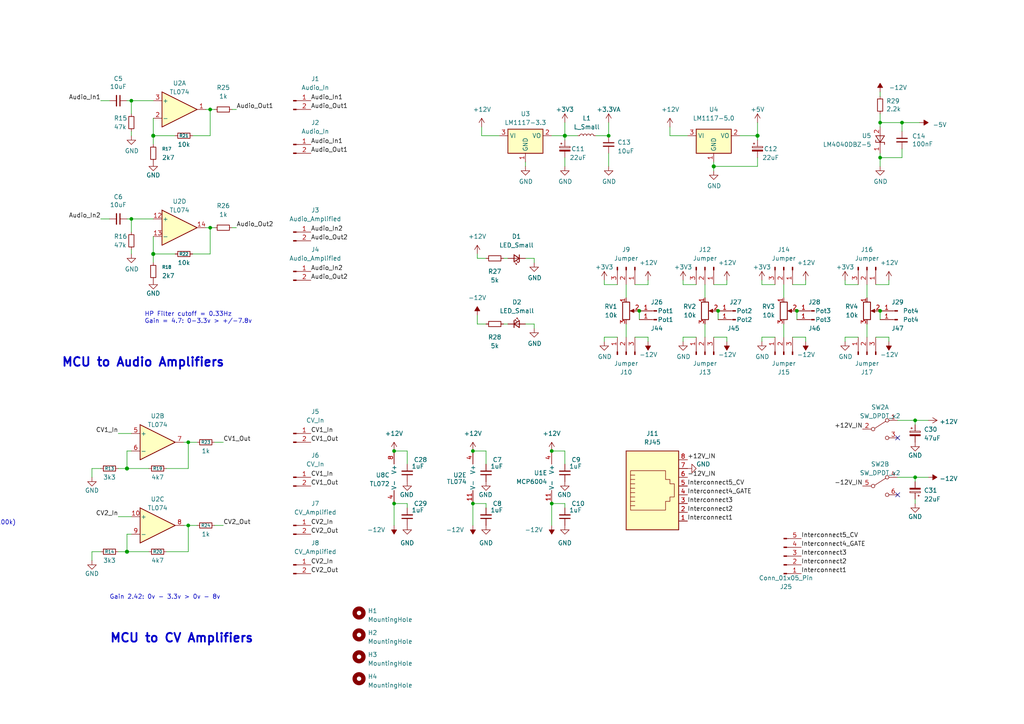
<source format=kicad_sch>
(kicad_sch (version 20230121) (generator eeschema)
  (paper "A4")
  (junction (at -208.28 40.64))
  (junction (at -60.96 179.07))
  (junction (at 114.3 130.81))
  (junction (at -171.45 40.64))
  (junction (at 160.02 130.81))
  (junction (at 208.28 -38.1))
  (junction (at -179.07 175.26))
  (junction (at 137.16 130.81))
  (junction (at -196.85 33.02))
  (junction (at 163.83 39.37) (diameter 1.016))
  (junction (at 176.53 39.37))
  (junction (at -179.07 165.1))
  (junction (at -60.96 127))
  (junction (at 255.27 45.72))
  (junction (at 54.61 152.4) (diameter 0.9144))
  (junction (at -179.07 129.54))
  (junction (at 114.3 146.05))
  (junction (at -43.18 139.7))
  (junction (at -43.18 87.63))
  (junction (at -43.18 76.2))
  (junction (at -60.96 34.29))
  (junction (at 185.42 90.17))
  (junction (at -44.45 34.29))
  (junction (at 44.45 73.66) (diameter 1.016))
  (junction (at 265.43 121.92))
  (junction (at 54.61 128.27) (diameter 0.9144))
  (junction (at -60.96 137.16))
  (junction (at 208.28 90.17))
  (junction (at 219.71 39.37) (diameter 1.016))
  (junction (at -176.53 33.02))
  (junction (at -43.18 127))
  (junction (at 265.43 138.43))
  (junction (at 255.27 35.56))
  (junction (at -60.96 168.91))
  (junction (at 60.96 66.04))
  (junction (at -208.28 33.02))
  (junction (at 38.1 63.5))
  (junction (at 38.1 29.21))
  (junction (at -182.88 33.02))
  (junction (at 208.28 -19.05))
  (junction (at -43.18 168.91))
  (junction (at -43.18 181.61))
  (junction (at -187.96 33.02))
  (junction (at 36.83 160.02) (diameter 1.016))
  (junction (at -185.42 78.74))
  (junction (at 255.27 90.17))
  (junction (at 261.62 35.56))
  (junction (at 160.02 146.05))
  (junction (at -44.45 45.72))
  (junction (at -195.58 172.72))
  (junction (at 207.01 48.26) (diameter 1.016))
  (junction (at 231.14 90.17))
  (junction (at 137.16 146.05))
  (junction (at -179.07 139.7))
  (junction (at -195.58 165.1))
  (junction (at 208.28 -12.7))
  (junction (at -195.58 137.16))
  (junction (at -59.69 85.09))
  (junction (at -195.58 129.54))
  (junction (at -59.69 76.2))
  (junction (at 248.92 -38.1))
  (junction (at 60.96 31.75))
  (junction (at 208.28 -31.75))
  (junction (at -205.74 137.16))
  (junction (at 208.28 -6.35))
  (junction (at 208.28 -25.4))
  (junction (at 36.83 135.89) (diameter 1.016))
  (junction (at 248.92 -31.75))
  (junction (at -60.96 43.18))
  (junction (at 44.45 39.37) (diameter 1.016))
  (junction (at -205.74 172.72))
  (no_connect (at 260.35 127))
  (no_connect (at 260.35 143.51))
  (wire (pts (xy 255.27 26.67) (xy 255.27 27.94)))
  (wire (pts (xy -59.69 76.2) (xy -59.69 85.09)))
  (wire (pts (xy 219.71 39.37) (xy 219.71 35.56)))
  (wire (pts (xy 207.01 48.26) (xy 219.71 48.26)))
  (wire (pts (xy -60.96 48.26) (xy -63.5 48.26)))
  (wire (pts (xy -205.74 138.43) (xy -205.74 137.16)))
  (wire (pts (xy 201.93 97.79) (xy 198.12 97.79)))
  (wire (pts (xy 140.97 146.05) (xy 140.97 147.32)))
  (wire (pts (xy -55.88 26.67) (xy -60.96 26.67)))
  (wire (pts (xy 245.11 82.55) (xy 248.92 82.55)))
  (wire (pts (xy 48.26 160.02) (xy 54.61 160.02)))
  (wire (pts (xy -59.69 90.17) (xy -62.23 90.17)))
  (wire (pts (xy 229.87 82.55) (xy 233.68 82.55)))
  (wire (pts (xy -60.96 179.07) (xy -59.69 179.07)))
  (wire (pts (xy -57.15 34.29) (xy -60.96 34.29)))
  (wire (pts (xy -39.37 87.63) (xy -43.18 87.63)))
  (wire (pts (xy 248.92 97.79) (xy 245.11 97.79)))
  (wire (pts (xy -63.5 34.29) (xy -60.96 34.29)))
  (wire (pts (xy 184.15 82.55) (xy 187.96 82.55)))
  (wire (pts (xy 254 82.55) (xy 257.81 82.55)))
  (wire (pts (xy 38.1 29.21) (xy 44.45 29.21)))
  (wire (pts (xy -205.74 173.99) (xy -205.74 172.72)))
  (wire (pts (xy -182.88 77.47) (xy -182.88 78.74)))
  (wire (pts (xy -172.72 64.77) (xy -168.91 64.77)))
  (wire (pts (xy 265.43 121.92) (xy 265.43 123.19)))
  (wire (pts (xy -43.18 119.38) (xy -43.18 127)))
  (wire (pts (xy -185.42 33.02) (xy -187.96 33.02)))
  (wire (pts (xy 62.23 128.27) (xy 64.77 128.27)))
  (wire (pts (xy 44.45 41.91) (xy 44.45 39.37)))
  (wire (pts (xy -182.88 78.74) (xy -185.42 78.74)))
  (wire (pts (xy 152.4 93.98) (xy 154.94 93.98)))
  (wire (pts (xy -60.96 127) (xy -60.96 137.16)))
  (wire (pts (xy 208.28 -31.75) (xy 208.28 -29.21)))
  (wire (pts (xy 257.81 99.06) (xy 257.81 97.79)))
  (wire (pts (xy 208.28 -19.05) (xy 208.28 -16.51)))
  (wire (pts (xy 187.96 97.79) (xy 184.15 97.79)))
  (wire (pts (xy -62.23 127) (xy -60.96 127)))
  (wire (pts (xy -59.69 68.58) (xy -59.69 76.2)))
  (wire (pts (xy -44.45 87.63) (xy -43.18 87.63)))
  (wire (pts (xy -49.53 68.58) (xy -43.18 68.58)))
  (wire (pts (xy 44.45 39.37) (xy 50.8 39.37)))
  (wire (pts (xy 36.83 130.81) (xy 38.1 130.81)))
  (wire (pts (xy -182.88 33.02) (xy -182.88 44.45)))
  (wire (pts (xy 269.24 121.92) (xy 265.43 121.92)))
  (wire (pts (xy 260.35 138.43) (xy 265.43 138.43)))
  (wire (pts (xy 26.67 135.89) (xy 29.21 135.89)))
  (wire (pts (xy 54.61 152.4) (xy 57.15 152.4)))
  (wire (pts (xy -201.93 54.61) (xy -198.12 54.61)))
  (wire (pts (xy 255.27 35.56) (xy 255.27 36.83)))
  (wire (pts (xy -185.42 33.02) (xy -185.42 44.45)))
  (wire (pts (xy 219.71 39.37) (xy 219.71 40.64)))
  (wire (pts (xy 163.83 48.26) (xy 163.83 45.72)))
  (wire (pts (xy -208.28 33.02) (xy -196.85 33.02)))
  (wire (pts (xy 163.83 39.37) (xy 163.83 35.56)))
  (wire (pts (xy -187.96 33.02) (xy -187.96 44.45)))
  (wire (pts (xy 154.94 93.98) (xy 154.94 95.25)))
  (wire (pts (xy 251.46 97.79) (xy 251.46 93.98)))
  (wire (pts (xy -55.88 168.91) (xy -60.96 168.91)))
  (wire (pts (xy -59.69 184.15) (xy -62.23 184.15)))
  (wire (pts (xy 139.7 36.83) (xy 139.7 39.37)))
  (wire (pts (xy 220.98 97.79) (xy 220.98 99.06)))
  (wire (pts (xy 257.81 97.79) (xy 254 97.79)))
  (wire (pts (xy -168.91 78.74) (xy -168.91 80.01)))
  (wire (pts (xy -44.45 181.61) (xy -43.18 181.61)))
  (wire (pts (xy 139.7 39.37) (xy 144.78 39.37)))
  (wire (pts (xy 208.28 90.17) (xy 208.28 92.71)))
  (wire (pts (xy -43.18 127) (xy -43.18 139.7)))
  (wire (pts (xy -205.74 172.72) (xy -204.47 172.72)))
  (wire (pts (xy 38.1 63.5) (xy 38.1 67.31)))
  (wire (pts (xy -201.93 49.53) (xy -198.12 49.53)))
  (wire (pts (xy -63.5 43.18) (xy -60.96 43.18)))
  (wire (pts (xy 208.28 -25.4) (xy 208.28 -22.86)))
  (wire (pts (xy 48.26 135.89) (xy 54.61 135.89)))
  (wire (pts (xy -187.96 77.47) (xy -187.96 78.74)))
  (wire (pts (xy -205.74 143.51) (xy -205.74 144.78)))
  (wire (pts (xy 210.82 82.55) (xy 210.82 81.28)))
  (wire (pts (xy 118.11 146.05) (xy 118.11 147.32)))
  (wire (pts (xy 207.01 46.99) (xy 207.01 48.26)))
  (wire (pts (xy -185.42 78.74) (xy -185.42 80.01)))
  (wire (pts (xy 181.61 97.79) (xy 181.61 93.98)))
  (wire (pts (xy 54.61 128.27) (xy 57.15 128.27)))
  (wire (pts (xy 231.14 90.17) (xy 231.14 92.71)))
  (wire (pts (xy 114.3 146.05) (xy 114.3 152.4)))
  (wire (pts (xy 53.34 152.4) (xy 54.61 152.4)))
  (wire (pts (xy -60.96 161.29) (xy -60.96 168.91)))
  (wire (pts (xy 255.27 90.17) (xy 255.27 92.71)))
  (wire (pts (xy 261.62 43.18) (xy 261.62 45.72)))
  (wire (pts (xy 59.69 66.04) (xy 60.96 66.04)))
  (wire (pts (xy -179.07 139.7) (xy -168.91 139.7)))
  (wire (pts (xy -195.58 142.24) (xy -195.58 144.78)))
  (wire (pts (xy 163.83 130.81) (xy 163.83 134.62)))
  (wire (pts (xy -172.72 57.15) (xy -168.91 57.15)))
  (wire (pts (xy -48.26 127) (xy -43.18 127)))
  (wire (pts (xy 261.62 35.56) (xy 261.62 38.1)))
  (wire (pts (xy -189.23 157.48) (xy -195.58 157.48)))
  (wire (pts (xy -172.72 72.39) (xy -168.91 72.39)))
  (wire (pts (xy -205.74 179.07) (xy -205.74 180.34)))
  (wire (pts (xy -208.28 40.64) (xy -208.28 41.91)))
  (wire (pts (xy 26.67 160.02) (xy 26.67 162.56)))
  (wire (pts (xy -62.23 184.15) (xy -62.23 186.69)))
  (wire (pts (xy -196.85 172.72) (xy -195.58 172.72)))
  (wire (pts (xy -187.96 78.74) (xy -185.42 78.74)))
  (wire (pts (xy -195.58 157.48) (xy -195.58 165.1)))
  (wire (pts (xy -62.23 85.09) (xy -59.69 85.09)))
  (wire (pts (xy -201.93 62.23) (xy -198.12 62.23)))
  (wire (pts (xy -60.96 168.91) (xy -60.96 179.07)))
  (wire (pts (xy 198.12 81.28) (xy 198.12 82.55)))
  (wire (pts (xy -176.53 40.64) (xy -171.45 40.64)))
  (wire (pts (xy -55.88 127) (xy -60.96 127)))
  (wire (pts (xy -168.91 72.39) (xy -168.91 73.66)))
  (wire (pts (xy 219.71 48.26) (xy 219.71 45.72)))
  (wire (pts (xy -62.23 142.24) (xy -62.23 144.78)))
  (wire (pts (xy 194.31 36.83) (xy 194.31 39.37)))
  (wire (pts (xy 208.28 -6.35) (xy 208.28 -3.81)))
  (wire (pts (xy 208.28 -12.7) (xy 208.28 -10.16)))
  (wire (pts (xy 207.01 48.26) (xy 207.01 49.53)))
  (wire (pts (xy -196.85 39.37) (xy -196.85 40.64)))
  (wire (pts (xy -54.61 68.58) (xy -59.69 68.58)))
  (wire (pts (xy 176.53 39.37) (xy 176.53 35.56)))
  (wire (pts (xy 154.94 74.93) (xy 154.94 76.2)))
  (wire (pts (xy 44.45 68.58) (xy 44.45 73.66)))
  (wire (pts (xy -201.93 69.85) (xy -201.93 71.12)))
  (wire (pts (xy 138.43 93.98) (xy 140.97 93.98)))
  (wire (pts (xy -184.15 121.92) (xy -179.07 121.92)))
  (wire (pts (xy -176.53 34.29) (xy -176.53 33.02)))
  (wire (pts (xy 67.31 66.04) (xy 68.58 66.04)))
  (wire (pts (xy -184.15 157.48) (xy -179.07 157.48)))
  (wire (pts (xy -166.37 34.29) (xy -166.37 33.02)))
  (wire (pts (xy 187.96 99.06) (xy 187.96 97.79)))
  (wire (pts (xy -50.8 26.67) (xy -44.45 26.67)))
  (wire (pts (xy -201.93 67.31) (xy -198.12 67.31)))
  (wire (pts (xy 29.21 63.5) (xy 31.75 63.5)))
  (wire (pts (xy -48.26 168.91) (xy -43.18 168.91)))
  (wire (pts (xy -201.93 64.77) (xy -198.12 64.77)))
  (wire (pts (xy -72.39 137.16) (xy -69.85 137.16)))
  (wire (pts (xy 36.83 160.02) (xy 36.83 154.94)))
  (wire (pts (xy 36.83 135.89) (xy 36.83 130.81)))
  (wire (pts (xy -45.72 45.72) (xy -44.45 45.72)))
  (wire (pts (xy -63.5 48.26) (xy -63.5 50.8)))
  (wire (pts (xy 152.4 74.93) (xy 154.94 74.93)))
  (wire (pts (xy 255.27 44.45) (xy 255.27 45.72)))
  (wire (pts (xy -44.45 34.29) (xy -44.45 45.72)))
  (wire (pts (xy 265.43 144.78) (xy 265.43 146.05)))
  (wire (pts (xy 53.34 128.27) (xy 54.61 128.27)))
  (wire (pts (xy -218.44 33.02) (xy -208.28 33.02)))
  (wire (pts (xy -180.34 139.7) (xy -179.07 139.7)))
  (wire (pts (xy -195.58 121.92) (xy -195.58 129.54)))
  (wire (pts (xy -189.23 121.92) (xy -195.58 121.92)))
  (wire (pts (xy 36.83 63.5) (xy 38.1 63.5)))
  (wire (pts (xy 163.83 146.05) (xy 160.02 146.05)))
  (wire (pts (xy -49.53 161.29) (xy -43.18 161.29)))
  (wire (pts (xy 60.96 66.04) (xy 62.23 66.04)))
  (wire (pts (xy -179.07 165.1) (xy -182.88 165.1)))
  (wire (pts (xy 38.1 38.1) (xy 38.1 39.37)))
  (wire (pts (xy -71.12 76.2) (xy -69.85 76.2)))
  (wire (pts (xy -190.5 165.1) (xy -195.58 165.1)))
  (wire (pts (xy -60.96 26.67) (xy -60.96 34.29)))
  (wire (pts (xy 255.27 45.72) (xy 261.62 45.72)))
  (wire (pts (xy -176.53 39.37) (xy -176.53 40.64)))
  (wire (pts (xy -179.07 129.54) (xy -179.07 139.7)))
  (wire (pts (xy -196.85 34.29) (xy -196.85 33.02)))
  (wire (pts (xy 204.47 97.79) (xy 204.47 93.98)))
  (wire (pts (xy 152.4 46.99) (xy 152.4 48.26)))
  (wire (pts (xy 187.96 82.55) (xy 187.96 81.28)))
  (wire (pts (xy 233.68 97.79) (xy 229.87 97.79)))
  (wire (pts (xy -44.45 139.7) (xy -43.18 139.7)))
  (wire (pts (xy -172.72 49.53) (xy -168.91 49.53)))
  (wire (pts (xy -39.37 139.7) (xy -43.18 139.7)))
  (wire (pts (xy -208.28 40.64) (xy -196.85 40.64)))
  (wire (pts (xy -190.5 129.54) (xy -195.58 129.54)))
  (wire (pts (xy -43.18 161.29) (xy -43.18 168.91)))
  (wire (pts (xy -72.39 43.18) (xy -71.12 43.18)))
  (wire (pts (xy -208.28 39.37) (xy -208.28 40.64)))
  (wire (pts (xy 265.43 138.43) (xy 269.24 138.43)))
  (wire (pts (xy -168.91 63.5) (xy -168.91 64.77)))
  (wire (pts (xy -48.26 76.2) (xy -43.18 76.2)))
  (wire (pts (xy -43.18 68.58) (xy -43.18 76.2)))
  (wire (pts (xy 208.28 -38.1) (xy 208.28 -35.56)))
  (wire (pts (xy 185.42 90.17) (xy 185.42 92.71)))
  (wire (pts (xy -208.28 34.29) (xy -208.28 33.02)))
  (wire (pts (xy 60.96 39.37) (xy 60.96 31.75)))
  (wire (pts (xy -195.58 165.1) (xy -195.58 172.72)))
  (wire (pts (xy 227.33 97.79) (xy 227.33 93.98)))
  (wire (pts (xy -218.44 40.64) (xy -208.28 40.64)))
  (wire (pts (xy -171.45 40.64) (xy -166.37 40.64)))
  (wire (pts (xy -195.58 129.54) (xy -195.58 137.16)))
  (wire (pts (xy -54.61 161.29) (xy -60.96 161.29)))
  (wire (pts (xy -185.42 77.47) (xy -185.42 78.74)))
  (wire (pts (xy -198.12 69.85) (xy -201.93 69.85)))
  (wire (pts (xy 59.69 31.75) (xy 60.96 31.75)))
  (wire (pts (xy 38.1 29.21) (xy 38.1 33.02)))
  (wire (pts (xy 198.12 82.55) (xy 201.93 82.55)))
  (wire (pts (xy -71.12 85.09) (xy -69.85 85.09)))
  (wire (pts (xy -179.07 165.1) (xy -179.07 175.26)))
  (wire (pts (xy -62.23 90.17) (xy -62.23 92.71)))
  (wire (pts (xy 255.27 45.72) (xy 255.27 48.26)))
  (wire (pts (xy 54.61 135.89) (xy 54.61 128.27)))
  (wire (pts (xy -179.07 175.26) (xy -167.64 175.26)))
  (wire (pts (xy -59.69 142.24) (xy -62.23 142.24)))
  (wire (pts (xy 220.98 81.28) (xy 220.98 82.55)))
  (wire (pts (xy 34.29 125.73) (xy 38.1 125.73)))
  (wire (pts (xy 176.53 48.26) (xy 176.53 44.45)))
  (wire (pts (xy 137.16 146.05) (xy 137.16 152.4)))
  (wire (pts (xy -72.39 179.07) (xy -69.85 179.07)))
  (wire (pts (xy -205.74 137.16) (xy -204.47 137.16)))
  (wire (pts (xy 60.96 73.66) (xy 60.96 66.04)))
  (wire (pts (xy -218.44 39.37) (xy -218.44 40.64)))
  (wire (pts (xy 172.72 39.37) (xy 176.53 39.37)))
  (wire (pts (xy -176.53 33.02) (xy -166.37 33.02)))
  (wire (pts (xy 255.27 33.02) (xy 255.27 35.56)))
  (wire (pts (xy 198.12 97.79) (xy 198.12 99.06)))
  (wire (pts (xy -62.23 168.91) (xy -60.96 168.91)))
  (wire (pts (xy -207.01 172.72) (xy -205.74 172.72)))
  (wire (pts (xy 26.67 135.89) (xy 26.67 138.43)))
  (wire (pts (xy 245.11 81.28) (xy 245.11 82.55)))
  (wire (pts (xy 233.68 82.55) (xy 233.68 81.28)))
  (wire (pts (xy -40.64 45.72) (xy -44.45 45.72)))
  (wire (pts (xy -172.72 69.85) (xy -168.91 69.85)))
  (wire (pts (xy 140.97 130.81) (xy 140.97 134.62)))
  (wire (pts (xy 224.79 97.79) (xy 220.98 97.79)))
  (wire (pts (xy -201.93 52.07) (xy -198.12 52.07)))
  (wire (pts (xy 210.82 99.06) (xy 210.82 97.79)))
  (wire (pts (xy 257.81 82.55) (xy 257.81 81.28)))
  (wire (pts (xy 220.98 82.55) (xy 224.79 82.55)))
  (wire (pts (xy -60.96 119.38) (xy -60.96 127)))
  (wire (pts (xy -168.91 57.15) (xy -168.91 58.42)))
  (wire (pts (xy -218.44 34.29) (xy -218.44 33.02)))
  (wire (pts (xy 55.88 73.66) (xy 60.96 73.66)))
  (wire (pts (xy 44.45 73.66) (xy 50.8 73.66)))
  (wire (pts (xy 160.02 39.37) (xy 163.83 39.37)))
  (wire (pts (xy 227.33 82.55) (xy 227.33 86.36)))
  (wire (pts (xy -43.18 76.2) (xy -43.18 87.63)))
  (wire (pts (xy -44.45 26.67) (xy -44.45 34.29)))
  (wire (pts (xy -62.23 137.16) (xy -60.96 137.16)))
  (wire (pts (xy 210.82 97.79) (xy 207.01 97.79)))
  (wire (pts (xy 60.96 31.75) (xy 62.23 31.75)))
  (wire (pts (xy 36.83 29.21) (xy 38.1 29.21)))
  (wire (pts (xy 29.21 29.21) (xy 31.75 29.21)))
  (wire (pts (xy 261.62 35.56) (xy 255.27 35.56)))
  (wire (pts (xy -179.07 129.54) (xy -182.88 129.54)))
  (wire (pts (xy -179.07 157.48) (xy -179.07 165.1)))
  (wire (pts (xy -215.9 172.72) (xy -214.63 172.72)))
  (wire (pts (xy 38.1 63.5) (xy 44.45 63.5)))
  (wire (pts (xy 38.1 72.39) (xy 38.1 73.66)))
  (wire (pts (xy 265.43 138.43) (xy 265.43 139.7)))
  (wire (pts (xy 36.83 160.02) (xy 43.18 160.02)))
  (wire (pts (xy 194.31 39.37) (xy 199.39 39.37)))
  (wire (pts (xy 34.29 135.89) (xy 36.83 135.89)))
  (wire (pts (xy 146.05 93.98) (xy 147.32 93.98)))
  (wire (pts (xy 179.07 97.79) (xy 175.26 97.79)))
  (wire (pts (xy -62.23 179.07) (xy -60.96 179.07)))
  (wire (pts (xy 34.29 160.02) (xy 36.83 160.02)))
  (wire (pts (xy 175.26 82.55) (xy 179.07 82.55)))
  (wire (pts (xy -72.39 34.29) (xy -71.12 34.29)))
  (wire (pts (xy 163.83 39.37) (xy 163.83 40.64)))
  (wire (pts (xy 251.46 82.55) (xy 251.46 86.36)))
  (wire (pts (xy 214.63 39.37) (xy 219.71 39.37)))
  (wire (pts (xy 54.61 160.02) (xy 54.61 152.4)))
  (wire (pts (xy 160.02 146.05) (xy 160.02 152.4)))
  (wire (pts (xy 138.43 74.93) (xy 140.97 74.93)))
  (wire (pts (xy 36.83 154.94) (xy 38.1 154.94)))
  (wire (pts (xy -62.23 76.2) (xy -59.69 76.2)))
  (wire (pts (xy -166.37 39.37) (xy -166.37 40.64)))
  (wire (pts (xy 163.83 146.05) (xy 163.83 147.32)))
  (wire (pts (xy -60.96 137.16) (xy -59.69 137.16)))
  (wire (pts (xy -179.07 121.92) (xy -179.07 129.54)))
  (wire (pts (xy -180.34 175.26) (xy -179.07 175.26)))
  (wire (pts (xy -196.85 33.02) (xy -187.96 33.02)))
  (wire (pts (xy 34.29 149.86) (xy 38.1 149.86)))
  (wire (pts (xy 114.3 130.81) (xy 118.11 130.81)))
  (wire (pts (xy 62.23 152.4) (xy 64.77 152.4)))
  (wire (pts (xy -72.39 168.91) (xy -69.85 168.91)))
  (wire (pts (xy 181.61 82.55) (xy 181.61 86.36)))
  (wire (pts (xy -72.39 127) (xy -69.85 127)))
  (wire (pts (xy 44.45 34.29) (xy 44.45 39.37)))
  (wire (pts (xy 163.83 39.37) (xy 167.64 39.37)))
  (wire (pts (xy -163.83 69.85) (xy -160.02 69.85)))
  (wire (pts (xy -49.53 34.29) (xy -44.45 34.29)))
  (wire (pts (xy 245.11 97.79) (xy 245.11 99.06)))
  (wire (pts (xy -201.93 57.15) (xy -198.12 57.15)))
  (wire (pts (xy 26.67 160.02) (xy 29.21 160.02)))
  (wire (pts (xy 204.47 82.55) (xy 204.47 86.36)))
  (wire (pts (xy -54.61 119.38) (xy -60.96 119.38)))
  (wire (pts (xy -171.45 41.91) (xy -171.45 40.64)))
  (wire (pts (xy 260.35 121.92) (xy 265.43 121.92)))
  (wire (pts (xy -39.37 181.61) (xy -43.18 181.61)))
  (wire (pts (xy -60.96 34.29) (xy -60.96 43.18)))
  (wire (pts (xy 55.88 39.37) (xy 60.96 39.37)))
  (wire (pts (xy 160.02 130.81) (xy 163.83 130.81)))
  (wire (pts (xy -215.9 137.16) (xy -214.63 137.16)))
  (wire (pts (xy 248.92 -38.1) (xy 248.92 -35.56)))
  (wire (pts (xy -55.88 76.2) (xy -59.69 76.2)))
  (wire (pts (xy 140.97 146.05) (xy 137.16 146.05)))
  (wire (pts (xy 146.05 74.93) (xy 147.32 74.93)))
  (wire (pts (xy 266.7 35.56) (xy 261.62 35.56)))
  (wire (pts (xy 44.45 76.2) (xy 44.45 73.66)))
  (wire (pts (xy 138.43 73.66) (xy 138.43 74.93)))
  (wire (pts (xy -182.88 33.02) (xy -176.53 33.02)))
  (wire (pts (xy 118.11 146.05) (xy 114.3 146.05)))
  (wire (pts (xy 175.26 97.79) (xy 175.26 99.06)))
  (wire (pts (xy -49.53 119.38) (xy -43.18 119.38)))
  (wire (pts (xy -43.18 168.91) (xy -43.18 181.61)))
  (wire (pts (xy 137.16 130.81) (xy 140.97 130.81)))
  (wire (pts (xy 207.01 82.55) (xy 210.82 82.55)))
  (wire (pts (xy -195.58 177.8) (xy -195.58 180.34)))
  (wire (pts (xy 67.31 31.75) (xy 68.58 31.75)))
  (wire (pts (xy 138.43 93.98) (xy 138.43 91.44)))
  (wire (pts (xy -172.72 52.07) (xy -168.91 52.07)))
  (wire (pts (xy 233.68 99.06) (xy 233.68 97.79)))
  (wire (pts (xy -196.85 137.16) (xy -195.58 137.16)))
  (wire (pts (xy 175.26 81.28) (xy 175.26 82.55)))
  (wire (pts (xy 248.92 -31.75) (xy 248.92 -29.21)))
  (wire (pts (xy -207.01 137.16) (xy -205.74 137.16)))
  (wire (pts (xy 118.11 130.81) (xy 118.11 134.62)))
  (wire (pts (xy 36.83 135.89) (xy 43.18 135.89)))
  (text "MCU to CV Amplifiers" (at 31.75 186.69 0) (effects (font (size 2.54 2.54) (thickness 0.508) bold) (justify left bottom)))
  (text "Gain 2.42: 0v - 3.3v > 0v - 8v" (at 31.75 173.99 0) (effects (font (size 1.27 1.27)) (justify left bottom)))
  (text "MCU to Audio Amplifiers" (at 17.78 106.68 0) (effects (font (size 2.54 2.54) (thickness 0.508) bold) (justify left bottom)))
  (text "= 3.46 - A_{IN} * 0.47\n= 0 For A_{IN} = 7.36v; 3.3 for 0.34v" (at -36.83 157.48 0) (effects (font (size 1.27 1.27)) (justify left bottom)))
  (text "Full Scale: 7V" (at -38.1 128.27 0) (effects (font (size 1.27 1.27)) (justify left bottom)))
  (text "CV to MCU Scaling" (at -83.82 204.47 0) (effects (font (size 2.54 2.54) (thickness 0.508) bold) (justify left bottom)))
  (text "FLT: connect to ground for \nhigher latency but less ringing" (at -196.85 92.71 0) (effects (font (size 1.27 1.27)) (justify left bottom)))
  (text "Full Scale: 7V" (at -38.1 170.18 0) (effects (font (size 1.27 1.27)) (justify left bottom)))
  (text "= 1.7 - A_{IN} * 0.144\n= 0 For A_{IN} = 11.8v; 3.3 for -11.1v" (at -45.72 62.23 0) (effects (font (size 1.27 1.27)) (justify left bottom)))
  (text "HP Filter cutoff = 0.33Hz\nGain = 4.7: 0-3.3v > +/-7.8v" (at 41.91 93.98 0) (effects (font (size 1.27 1.27)) (justify left bottom)))
  (text "V_{out} = 5 * (6.8k / 20k) - A_{IN} * (6.8k / 47k)" (at -50.8 57.15 0) (effects (font (size 1.27 1.27)) (justify left bottom)))
  (text "Audio to MCU Scaling" (at -83.82 105.41 0) (effects (font (size 2.54 2.54) (thickness 0.508) bold) (justify left bottom)))
  (text "V_{out} = 5 * (47k / 68k) - A_{IN} * (47k / 100k)" (at -40.64 152.4 0) (effects (font (size 1.27 1.27)) (justify left bottom)))
  (label "DAC_BCLK" (at -236.22 63.5 0))
  (label "Audio12V_In1" (at -72.39 43.18 180))
  (label "DAC_OUT_L" (at -215.9 137.16 180))
  (label "CV1_In" (at 34.29 125.73 180))
  (label "CV_Scaled_Out1" (at -93.98 152.4 0))
  (label "CV_In2" (at -93.98 172.72 0))
  (label "DAC_OUT_L" (at -236.22 73.66 0))
  (label "Audio12V_In2" (at -104.14 77.47 0))
  (label "Interconnect1" (at 232.41 166.37 0))
  (label "Audio_In1" (at 90.17 41.91 0))
  (label "Audio_Out2" (at 90.17 81.28 0))
  (label "Interconnect3" (at 232.41 161.29 0))
  (label "+12V_IN" (at 250.19 124.46 180))
  (label "DAC_OUT_AMP_L" (at -236.22 96.52 0))
  (label "DAC_OUT_R" (at -168.91 52.07 0))
  (label "Audio_Scaled2" (at -39.37 87.63 0))
  (label "Audio12V_In2" (at -71.12 85.09 180))
  (label "CV2_In" (at 90.17 152.4 0))
  (label "+12V_IN" (at 199.39 133.35 0))
  (label "Interconnect2" (at 199.39 148.59 0))
  (label "Audio_Out1" (at 90.17 44.45 0))
  (label "DAC_DATA" (at -201.93 52.07 180))
  (label "Audio_In2" (at 90.17 78.74 0))
  (label "Audio_Scaled1" (at -110.49 54.61 0))
  (label "CV_In1" (at -93.98 135.89 0))
  (label "DAC_OUT_AMP_L" (at -168.91 139.7 0))
  (label "Audio12V_In2" (at -104.14 80.01 0))
  (label "Audio_Scaled1" (at -110.49 57.15 0))
  (label "CV1_Out" (at 90.17 140.97 0))
  (label "CV1_Out" (at 90.17 128.27 0))
  (label "DAC_OUT_L" (at -168.91 49.53 0))
  (label "CV2_Out" (at 64.77 152.4 0))
  (label "Audio_In2" (at 29.21 63.5 180))
  (label "DAC_LRCLK" (at -236.22 58.42 0))
  (label "CV1_Out" (at 64.77 128.27 0))
  (label "DAC_OUT_R" (at -215.9 172.72 180))
  (label "Audio_Scaled2" (at -105.41 88.9 0))
  (label "CV2_In" (at 34.29 149.86 180))
  (label "Audio_Out2" (at 68.58 66.04 0))
  (label "Interconnect4_GATE" (at 232.41 158.75 0))
  (label "Interconnect4_GATE" (at 199.39 143.51 0))
  (label "CV_Scaled_Out1" (at -93.98 149.86 0))
  (label "CV_In2" (at -93.98 170.18 0))
  (label "DAC_LRCLK" (at -201.93 49.53 180))
  (label "CV_In1" (at -93.98 138.43 0))
  (label "CV_Scaled_Out2" (at -93.98 184.15 0))
  (label "Audio_In1" (at 29.21 29.21 180))
  (label "Interconnect1" (at 199.39 151.13 0))
  (label "DAC_OUT_AMP_R" (at -236.22 87.63 0))
  (label "Audio_Out1" (at 68.58 31.75 0))
  (label "DAC_OUT_AMP_L" (at -236.22 85.09 0))
  (label "Interconnect5_CV" (at 199.39 140.97 0))
  (label "DAC_OUT_R" (at -236.22 76.2 0))
  (label "CV_In2" (at -72.39 179.07 180))
  (label "Audio12V_In1" (at -110.49 43.18 0))
  (label "CV_Scaled_Out2" (at -39.37 181.61 0))
  (label "CV1_In" (at 90.17 125.73 0))
  (label "Interconnect5_CV" (at 232.41 156.21 0))
  (label "Audio_Out1" (at 90.17 31.75 0))
  (label "CV_Scaled_Out1" (at -39.37 139.7 0))
  (label "DAC_OUT_AMP_R" (at -167.64 175.26 0))
  (label "CV2_In" (at 90.17 163.83 0))
  (label "Audio12V_In1" (at -110.49 40.64 0))
  (label "Audio_Scaled2" (at -105.41 91.44 0))
  (label "CV_In1" (at -72.39 137.16 180))
  (label "Audio_Out2" (at 90.17 69.85 0))
  (label "Interconnect2" (at 232.41 163.83 0))
  (label "DAC_OUT_AMP_R" (at -236.22 99.06 0))
  (label "-12V_IN" (at 250.19 140.97 180))
  (label "CV1_In" (at 90.17 138.43 0))
  (label "Interconnect3" (at 199.39 146.05 0))
  (label "CV2_Out" (at 90.17 166.37 0))
  (label "CV_Scaled_Out2" (at -93.98 186.69 0))
  (label "DAC_DATA" (at -236.22 60.96 0))
  (label "DAC_BCLK" (at -201.93 54.61 180))
  (label "Audio_In1" (at 90.17 29.21 0))
  (label "-12V_IN" (at 199.39 138.43 0))
  (label "Audio_In2" (at 90.17 67.31 0))
  (label "CV2_Out" (at 90.17 154.94 0))
  (label "Audio_Scaled1" (at -40.64 45.72 0))
  (symbol (lib_id "Device:R") (at -66.04 179.07 270) (unit 1)
    (property "Reference" "R8" (at -66.04 176.53 90))
    (property "Value" "100k" (at -66.04 179.07 90))
    (property "Footprint" "Resistor_SMD:R_0805_2012Metric" (effects hide))
    (property "Part_Number" "C25803" (effects hide))
  )
  (symbol (lib_id "Device:C_Small") (at 261.62 40.64 0) (unit 1)
    (property "Reference" "C14" (at 264.541 39.4716 0) (effects (justify left)))
    (property "Value" "100nF" (at 264.541 41.783 0) (effects (justify left)))
    (property "Footprint" "Capacitor_SMD:C_0805_2012Metric" (effects hide))
  )
  (symbol (lib_id "power:+12V") (at 16.51 -16.51 270) (unit 1)
    (property "Reference" "#PWR068" (effects hide))
    (property "Value" "+12V" (at 20.32 -16.51 90) (effects (justify left)))
  )
  (symbol (lib_id "Device:R_Small") (at 44.45 78.74 0) (unit 1)
    (property "Reference" "R18" (at 46.99 77.47 0) (effects (font (size 0.9 0.9)) (justify left)))
    (property "Value" "2k7" (at 46.99 80.0099 0) (effects (justify left)))
    (property "Footprint" "Resistor_SMD:R_0805_2012Metric" (effects hide))
    (property "Part_Number" "C22978" (effects hide))
  )
  (symbol (lib_id "power:GND") (at 16.51 -8.89 90) (unit 1)
    (property "Reference" "#PWR069" (effects hide))
    (property "Value" "GND" (at 20.32 -8.89 90) (effects (justify right)))
  )
  (symbol (lib_id "power:-12V") (at 187.96 99.06 180) (unit 1)
    (property "Reference" "#PWR030" (effects hide))
    (property "Value" "-12V" (at 185.42 102.87 0) (effects (justify right)))
  )
  (symbol (lib_id "power:-5V") (at -71.12 76.2 90) (unit 1)
    (property "Reference" "#PWR092" (effects hide))
    (property "Value" "-5V" (at -73.66 76.835 90) (effects (justify left)))
  )
  (symbol (lib_id "Device:C_Small") (at -196.85 36.83 0) (unit 1)
    (property "Reference" "C18" (at -195.58 34.29 0) (effects (justify left)))
    (property "Value" "10uF" (at -195.58 39.37 0) (effects (justify left)))
    (property "Footprint" "Capacitor_SMD:C_0805_2012Metric" (effects hide))
    (property "Part_Number" "C15850 " (effects hide))
  )
  (symbol (lib_id "power:GND") (at 140.97 139.7 0) (unit 1)
    (property "Reference" "#PWR013" (effects hide))
    (property "Value" "GND" (at 142.875 143.51 0) (effects (justify right)))
  )
  (symbol (lib_id "power:GND") (at 255.27 48.26 0) (unit 1)
    (property "Reference" "#PWR046" (effects hide))
    (property "Value" "GND" (at 255.397 52.6542 0))
  )
  (symbol (lib_id "Switch:SW_DPDT_x2") (at 255.27 124.46 0) (unit 1)
    (property "Reference" "SW2" (at 255.27 118.11 0))
    (property "Value" "SW_DPDT_x2" (at 255.27 120.65 0))
    (property "Footprint" "Custom_Footprints:100DP6T1B1M2QE_ON_ON_ON" (effects hide))
  )
  (symbol (lib_id "Connector:Conn_01x03_Pin") (at 251.46 77.47 270) (unit 1)
    (property "Reference" "J16" (at 251.46 72.39 90))
    (property "Value" "Jumper" (at 251.46 74.93 90))
    (property "Footprint" "Connector_PinHeader_2.54mm:PinHeader_1x03_P2.54mm_Vertical" (effects hide))
  )
  (symbol (lib_id "power:+3.3V") (at 163.83 35.56 0) (unit 1)
    (property "Reference" "#PWR025" (effects hide))
    (property "Value" "+3.3V" (at 163.83 31.75 0))
  )
  (symbol (lib_id "Connector:Conn_01x02_Pin") (at 243.84 -38.1 0) (unit 1)
    (property "Reference" "J40" (at 237.49 -38.1 0))
    (property "Value" "Power" (at 237.49 -35.56 0))
    (property "Footprint" "Connector_PinHeader_2.54mm:PinHeader_1x02_P2.54mm_Vertical" (effects hide))
  )
  (symbol (lib_id "power:GND") (at -62.23 186.69 0) (unit 1)
    (property "Reference" "#PWR04" (effects hide))
    (property "Value" "GND" (at -62.23 190.5 0))
  )
  (symbol (lib_id "Device:R") (at -66.04 85.09 270) (unit 1)
    (property "Reference" "R4" (at -66.04 82.55 90))
    (property "Value" "47k" (at -66.04 85.09 90))
    (property "Footprint" "Resistor_SMD:R_0805_2012Metric" (effects hide))
    (property "Part_Number" "C25819" (effects hide))
  )
  (symbol (lib_id "power:+3.3V") (at -201.93 67.31 90) (unit 1)
    (property "Reference" "#PWR056" (effects hide))
    (property "Value" "+3.3V" (at -208.28 67.31 90))
  )
  (symbol (lib_id "Connector:Conn_01x01_Pin") (at 213.36 90.17 180) (unit 1)
    (property "Reference" "J27" (at 213.36 87.63 0))
    (property "Value" "Pot2" (at 215.9 90.17 0))
    (property "Footprint" "Connector_PinHeader_2.54mm:PinHeader_1x01_P2.54mm_Vertical" (effects hide))
  )
  (symbol (lib_id "Connector:Conn_01x02_Pin") (at -241.3 73.66 0) (unit 1)
    (property "Reference" "J19" (at -234.95 67.31 0))
    (property "Value" "DAC_OUT" (at -234.95 69.85 0))
    (property "Footprint" "Connector_PinHeader_2.54mm:PinHeader_1x02_P2.54mm_Vertical" (effects hide))
  )
  (symbol (lib_id "Connector:Conn_01x03_Pin") (at 227.33 102.87 90) (unit 1)
    (property "Reference" "J15" (at 227.33 107.95 90))
    (property "Value" "Jumper" (at 227.33 105.41 90))
    (property "Footprint" "Connector_PinHeader_2.54mm:PinHeader_1x03_P2.54mm_Vertical" (effects hide))
  )
  (symbol (lib_id "PCM5100APW:PCM5100APW") (at -185.42 59.69 0) (unit 1)
    (property "Reference" "U6" (at -195.58 77.47 0))
    (property "Value" "PCM5100APW" (at -184.15 60.96 0))
    (property "Footprint" "Custom_Footprints:SSOP-20_4.4x6.5mm_Pitch0.65mm_Round_Pads" (effects hide))
    (property "Datasheet" "http://www.ti.com/lit/ds/symlink/pcm5100.pdf" (effects hide))
    (property "Part_Number" "C131154" (effects hide))
    (property "Rotation" "180" (effects hide))
  )
  (symbol (lib_id "Amplifier_Operational:MCP6004") (at -52.07 181.61 0) (mirror x) (unit 3)
    (property "Reference" "U1" (at -52.07 176.53 0))
    (property "Value" "MCP6004" (at -49.53 186.69 0))
    (property "Footprint" "Package_SO:SOIC-14_3.9x8.7mm_P1.27mm" (effects hide))
    (property "Datasheet" "http://ww1.microchip.com/downloads/en/DeviceDoc/21733j.pdf" (effects hide))
    (property "Part_Number" "C116668" (effects hide))
  )
  (symbol (lib_id "Device:C_Small") (at 34.29 29.21 270) (unit 1)
    (property "Reference" "C5" (at 34.29 22.8092 90))
    (property "Value" "10uF" (at 34.29 25.1206 90))
    (property "Footprint" "Capacitor_SMD:C_0805_2012Metric" (effects hide))
  )
  (symbol (lib_id "power:GND") (at -208.28 41.91 0) (unit 1)
    (property "Reference" "#PWR052" (effects hide))
    (property "Value" "GND" (at -208.153 46.3042 0))
  )
  (symbol (lib_id "Device:R") (at -66.04 127 270) (unit 1)
    (property "Reference" "R5" (at -66.04 124.46 90))
    (property "Value" "68k" (at -66.04 127 90))
    (property "Footprint" "Resistor_SMD:R_0805_2012Metric" (effects hide))
    (property "Part_Number" "C23231" (effects hide))
  )
  (symbol (lib_id "Connector:Conn_01x02_Pin") (at -241.3 85.09 0) (unit 1)
    (property "Reference" "J20" (at -234.95 78.74 0))
    (property "Value" "DAC_Amplified" (at -234.95 81.28 0))
    (property "Footprint" "Connector_PinHeader_2.54mm:PinHeader_1x02_P2.54mm_Vertical" (effects hide))
  )
  (symbol (lib_id "Connector:Conn_01x02_Pin") (at 85.09 41.91 0) (unit 1)
    (property "Reference" "J2" (at 91.44 35.56 0))
    (property "Value" "Audio_In" (at 91.44 38.1 0))
    (property "Footprint" "Connector_PinHeader_2.54mm:PinHeader_1x02_P2.54mm_Vertical" (effects hide))
  )
  (symbol (lib_id "Amplifier_Operational:TL074") (at 139.7 138.43 0) (unit 5)
    (property "Reference" "U2" (at 131.445 137.795 0) (effects (justify left)))
    (property "Value" "TL074" (at 129.54 139.7 0) (effects (justify left)))
    (property "Footprint" "Package_SO:SOIC-14_3.9x8.7mm_P1.27mm" (effects hide))
    (property "Datasheet" "http://www.ti.com/lit/ds/symlink/tl071.pdf" (effects hide))
  )
  (symbol (lib_id "power:+3.3VA") (at 144.78 -13.97 270) (unit 1)
    (property "Reference" "#PWR078" (effects hide))
    (property "Value" "+3.3VA" (at 148.59 -13.335 90) (effects (justify left)))
  )
  (symbol (lib_id "power:-12V") (at 137.16 152.4 180) (unit 1)
    (property "Reference" "#PWR012" (effects hide))
    (property "Value" "-12V" (at 134.62 153.6699 0) (effects (justify left)))
  )
  (symbol (lib_id "Device:R") (at -186.69 165.1 270) (unit 1)
    (property "Reference" "R35" (at -186.69 162.56 90))
    (property "Value" "47k" (at -186.69 165.1 90))
    (property "Footprint" "Resistor_SMD:R_0805_2012Metric" (effects hide))
    (property "Part_Number" "C25819" (effects hide))
  )
  (symbol (lib_id "Device:C_Small") (at 176.53 41.91 0) (unit 1)
    (property "Reference" "C13" (at 179.07 41.2813 0) (effects (justify left)))
    (property "Value" "10uF" (at 179.07 43.8213 0) (effects (justify left)))
    (property "Footprint" "Capacitor_SMD:C_0805_2012Metric" (effects hide))
  )
  (symbol (lib_id "power:GND") (at 38.1 73.66 0) (unit 1)
    (property "Reference" "#PWR08" (effects hide))
    (property "Value" "GND" (at 38.227 78.0542 0))
  )
  (symbol (lib_id "power:GND") (at -195.58 180.34 0) (unit 1)
    (property "Reference" "#PWR067" (effects hide))
    (property "Value" "GND" (at -195.58 184.15 0))
  )
  (symbol (lib_id "Device:C_Small") (at -52.07 68.58 270) (unit 1)
    (property "Reference" "C2" (at -52.07 62.7634 90))
    (property "Value" "1nF" (at -52.07 65.0748 90))
    (property "Footprint" "Capacitor_SMD:C_0805_2012Metric" (effects hide))
    (property "Part_Number" "C1595" (effects hide))
  )
  (symbol (lib_id "power:GND") (at -195.58 144.78 0) (unit 1)
    (property "Reference" "#PWR066" (effects hide))
    (property "Value" "GND" (at -195.58 148.59 0))
  )
  (symbol (lib_id "power:-5V") (at -72.39 168.91 90) (unit 1)
    (property "Reference" "#PWR094" (effects hide))
    (property "Value" "-5V" (at -74.93 169.545 90) (effects (justify left)))
  )
  (symbol (lib_id "Amplifier_Operational:TL074") (at 52.07 66.04 0) (unit 4)
    (property "Reference" "U2" (at 52.07 58.42 0))
    (property "Value" "TL074" (at 52.07 60.96 0))
    (property "Footprint" "Package_SO:SOIC-14_3.9x8.7mm_P1.27mm" (effects hide))
    (property "Datasheet" "http://www.ti.com/lit/ds/symlink/tl071.pdf" (effects hide))
  )
  (symbol (lib_id "Device:R") (at -67.31 34.29 270) (unit 1)
    (property "Reference" "R1" (at -67.31 31.75 90))
    (property "Value" "20k" (at -67.31 34.29 90))
    (property "Footprint" "Resistor_SMD:R_0805_2012Metric" (effects hide))
    (property "Part_Number" "C4184 " (effects hide))
  )
  (symbol (lib_id "power:-12V") (at 114.3 152.4 180) (unit 1)
    (property "Reference" "#PWR071" (effects hide))
    (property "Value" "-12V" (at 111.76 153.6699 0) (effects (justify left)))
  )
  (symbol (lib_id "Connector:Conn_01x02_Pin") (at 85.09 67.31 0) (unit 1)
    (property "Reference" "J3" (at 91.44 60.96 0))
    (property "Value" "Audio_Amplified" (at 91.44 63.5 0))
    (property "Footprint" "Connector_PinHeader_2.54mm:PinHeader_1x02_P2.54mm_Vertical" (effects hide))
  )
  (symbol (lib_id "Connector:Conn_01x03_Pin") (at 251.46 102.87 90) (unit 1)
    (property "Reference" "J17" (at 251.46 107.95 90))
    (property "Value" "Jumper" (at 251.46 105.41 90))
    (property "Footprint" "Connector_PinHeader_2.54mm:PinHeader_1x03_P2.54mm_Vertical" (effects hide))
  )
  (symbol (lib_id "Device:R_Small") (at 31.75 135.89 270) (unit 1)
    (property "Reference" "R13" (at 31.75 135.89 90) (effects (font (size 0.9 0.9))))
    (property "Value" "3k3" (at 31.75 138.43 90))
    (property "Footprint" "Resistor_SMD:R_0805_2012Metric" (effects hide))
    (property "Part_Number" "C22978" (effects hide))
  )
  (symbol (lib_id "power:GND") (at 248.92 -38.1 90) (unit 1)
    (property "Reference" "#PWR098" (effects hide))
    (property "Value" "GND" (at 252.73 -37.465 90) (effects (justify right)))
  )
  (symbol (lib_id "Device:R") (at -186.69 129.54 270) (unit 1)
    (property "Reference" "R34" (at -186.69 127 90))
    (property "Value" "47k" (at -186.69 129.54 90))
    (property "Footprint" "Resistor_SMD:R_0805_2012Metric" (effects hide))
    (property "Part_Number" "C25819" (effects hide))
  )
  (symbol (lib_id "Device:C_Small") (at -166.37 36.83 0) (unit 1)
    (property "Reference" "C22" (at -165.1 34.29 0) (effects (justify left)))
    (property "Value" "10uF" (at -165.1 39.37 0) (effects (justify left)))
    (property "Footprint" "Capacitor_SMD:C_0805_2012Metric" (effects hide))
    (property "Part_Number" "C15850 " (effects hide))
  )
  (symbol (lib_id "Connector:Conn_01x02_Pin") (at -115.57 54.61 0) (unit 1)
    (property "Reference" "J50" (at -109.22 48.26 0))
    (property "Value" "Audio12V_In" (at -109.22 50.8 0))
    (property "Footprint" "Connector_PinHeader_2.54mm:PinHeader_1x02_P2.54mm_Vertical" (effects hide))
  )
  (symbol (lib_id "Mechanical:MountingHole") (at 104.14 177.8 0) (unit 1)
    (property "Reference" "H1" (at 106.68 177.165 0) (effects (justify left)))
    (property "Value" "MountingHole" (at 106.68 179.705 0) (effects (justify left)))
    (property "Footprint" "MountingHole:MountingHole_3.2mm_M3" (effects hide))
  )
  (symbol (lib_id "Device:R_Small") (at 255.27 30.48 0) (unit 1)
    (property "Reference" "R29" (at 257.048 29.3116 0) (effects (justify left)))
    (property "Value" "2.2k" (at 257.048 31.623 0) (effects (justify left)))
    (property "Footprint" "Resistor_SMD:R_0805_2012Metric" (effects hide))
  )
  (symbol (lib_id "Amplifier_Operational:TL072") (at 111.76 138.43 0) (mirror y) (unit 3)
    (property "Reference" "U8" (at 113.03 137.795 0) (effects (justify left)))
    (property "Value" "TL072" (at 113.03 140.335 0) (effects (justify left)))
    (property "Footprint" "Package_SO:SOIC-8_3.9x4.9mm_P1.27mm" (effects hide))
    (property "Datasheet" "https://datasheet.lcsc.com/szlcsc/STMicroelectronics-TL072CDT_C6961.pdf" (effects hide))
    (property "Part_Number" "C6961" (effects hide))
    (property "Rotation" "180" (effects hide))
  )
  (symbol (lib_id "power:PWR_FLAG") (at 144.78 -10.16 90) (unit 1)
    (property "Reference" "#FLG07" (effects hide))
    (property "Value" "PWR_FLAG" (at 140.97 -9.525 90) (effects (justify left)))
  )
  (symbol (lib_id "power:-12V") (at 160.02 152.4 180) (unit 1)
    (property "Reference" "#PWR020" (effects hide))
    (property "Value" "-12V" (at 157.48 153.6699 0) (effects (justify left)))
  )
  (symbol (lib_id "Device:R") (at -52.07 168.91 270) (unit 1)
    (property "Reference" "R12" (at -52.07 166.37 90))
    (property "Value" "47k" (at -52.07 168.91 90))
    (property "Footprint" "Resistor_SMD:R_0805_2012Metric" (effects hide))
    (property "Part_Number" "C25819" (effects hide))
  )
  (symbol (lib_id "Connector:Conn_01x02_Pin") (at -115.57 40.64 0) (unit 1)
    (property "Reference" "J31" (at -109.22 34.29 0))
    (property "Value" "Audio12V_In" (at -109.22 36.83 0))
    (property "Footprint" "Connector_PinHeader_2.54mm:PinHeader_1x02_P2.54mm_Vertical" (effects hide))
  )
  (symbol (lib_id "power:GND") (at -205.74 144.78 0) (unit 1)
    (property "Reference" "#PWR064" (effects hide))
    (property "Value" "GND" (at -205.74 148.59 0))
  )
  (symbol (lib_id "power:+5V") (at 219.71 35.56 0) (unit 1)
    (property "Reference" "#PWR038" (effects hide))
    (property "Value" "+5V" (at 219.71 31.75 0))
  )
  (symbol (lib_id "Device:C_Small") (at 118.11 137.16 180) (unit 1)
    (property "Reference" "C28" (at 120.015 133.35 0) (effects (justify right)))
    (property "Value" "1uF" (at 119.38 135.255 0) (effects (justify right)))
    (property "Footprint" "Capacitor_SMD:C_0805_2012Metric" (effects hide))
  )
  (symbol (lib_id "power:GND") (at 118.11 152.4 0) (unit 1)
    (property "Reference" "#PWR073" (effects hide))
    (property "Value" "GND" (at 118.11 157.48 0))
  )
  (symbol (lib_id "power:GND") (at 207.01 49.53 0) (unit 1)
    (property "Reference" "#PWR035" (effects hide))
    (property "Value" "GND" (at 207.137 53.9242 0))
  )
  (symbol (lib_id "Device:R_Small") (at 45.72 160.02 270) (mirror x) (unit 1)
    (property "Reference" "R20" (at 45.72 160.02 90) (effects (font (size 0.9 0.9))))
    (property "Value" "4k7" (at 45.72 162.56 90))
    (property "Footprint" "Resistor_SMD:R_0805_2012Metric" (effects hide))
    (property "Part_Number" "C23162" (effects hide))
  )
  (symbol (lib_id "power:GND") (at -201.93 71.12 0) (unit 1)
    (property "Reference" "#PWR057" (effects hide))
    (property "Value" "GND" (at -201.803 75.5142 0))
  )
  (symbol (lib_id "Connector:Conn_01x02_Pin") (at -99.06 135.89 0) (unit 1)
    (property "Reference" "J48" (at -100.33 138.43 0) (effects (justify right)))
    (property "Value" "CV_In1" (at -100.33 135.89 0) (effects (justify right)))
    (property "Footprint" "Connector_PinHeader_2.54mm:PinHeader_1x02_P2.54mm_Vertical" (effects hide))
  )
  (symbol (lib_id "Connector:Conn_01x02_Pin") (at 203.2 -12.7 0) (unit 1)
    (property "Reference" "J37" (at 196.85 -12.7 0))
    (property "Value" "Power" (at 196.85 -10.16 0))
    (property "Footprint" "Connector_PinHeader_2.54mm:PinHeader_1x02_P2.54mm_Vertical" (effects hide))
  )
  (symbol (lib_id "Amplifier_Operational:TL074") (at 45.72 152.4 0) (unit 3)
    (property "Reference" "U2" (at 45.72 144.78 0))
    (property "Value" "TL074" (at 45.72 147.32 0))
    (property "Footprint" "Package_SO:SOIC-14_3.9x8.7mm_P1.27mm" (effects hide))
    (property "Datasheet" "http://www.ti.com/lit/ds/symlink/tl071.pdf" (effects hide))
  )
  (symbol (lib_id "Mechanical:MountingHole") (at 104.14 190.5 0) (unit 1)
    (property "Reference" "H3" (at 106.68 189.865 0) (effects (justify left)))
    (property "Value" "MountingHole" (at 106.68 192.405 0) (effects (justify left)))
    (property "Footprint" "MountingHole:MountingHole_3.2mm_M3" (effects hide))
  )
  (symbol (lib_id "Connector:Conn_01x03_Pin") (at 181.61 77.47 270) (unit 1)
    (property "Reference" "J9" (at 181.61 72.39 90))
    (property "Value" "Jumper" (at 181.61 74.93 90))
    (property "Footprint" "Connector_PinHeader_2.54mm:PinHeader_1x03_P2.54mm_Vertical" (effects hide))
  )
  (symbol (lib_id "power:+12V") (at 233.68 81.28 0) (unit 1)
    (property "Reference" "#PWR041" (effects hide))
    (property "Value" "+12V" (at 231.14 76.2 0) (effects (justify left)))
  )
  (symbol (lib_id "Device:R_Small") (at 53.34 39.37 270) (mirror x) (unit 1)
    (property "Reference" "R21" (at 53.34 39.37 90) (effects (font (size 0.9 0.9))))
    (property "Value" "10k" (at 53.34 41.91 90))
    (property "Footprint" "Resistor_SMD:R_0805_2012Metric" (effects hide))
    (property "Part_Number" "C23162" (effects hide))
  )
  (symbol (lib_id "power:+VDC") (at 144.78 -10.16 270) (unit 1)
    (property "Reference" "#PWR081" (effects hide))
    (property "Value" "+VDC" (at 151.13 -9.525 90) (effects (justify left)))
  )
  (symbol (lib_id "Device:C_Small") (at -218.44 36.83 0) (unit 1)
    (property "Reference" "C16" (at -217.17 34.29 0) (effects (justify left)))
    (property "Value" "100nF" (at -217.17 39.37 0) (effects (justify left)))
    (property "Footprint" "Capacitor_SMD:C_0805_2012Metric" (effects hide))
    (property "Part_Number" "C14663" (effects hide))
  )
  (symbol (lib_id "power:+5V") (at 208.28 -25.4 270) (unit 1)
    (property "Reference" "#PWR085" (effects hide))
    (property "Value" "+5V" (at 212.09 -24.765 90) (effects (justify left)))
  )
  (symbol (lib_id "power:GND") (at 152.4 48.26 0) (unit 1)
    (property "Reference" "#PWR018" (effects hide))
    (property "Value" "GND" (at 152.527 52.6542 0))
  )
  (symbol (lib_id "Device:R") (at -66.04 137.16 270) (unit 1)
    (property "Reference" "R6" (at -66.04 134.62 90))
    (property "Value" "100k" (at -66.04 137.16 90))
    (property "Footprint" "Resistor_SMD:R_0805_2012Metric" (effects hide))
    (property "Part_Number" "C25803" (effects hide))
  )
  (symbol (lib_id "power:PWR_FLAG") (at 144.78 -13.97 90) (unit 1)
    (property "Reference" "#FLG06" (effects hide))
    (property "Value" "PWR_FLAG" (at 140.97 -13.335 90) (effects (justify left)))
  )
  (symbol (lib_id "Device:R_Small") (at 64.77 66.04 90) (mirror x) (unit 1)
    (property "Reference" "R26" (at 64.77 59.69 90))
    (property "Value" "1k" (at 64.77 62.23 90))
    (property "Footprint" "Resistor_SMD:R_0805_2012Metric" (effects hide))
  )
  (symbol (lib_id "Connector:Conn_01x02_Pin") (at 85.09 29.21 0) (unit 1)
    (property "Reference" "J1" (at 91.44 22.86 0))
    (property "Value" "Audio_In" (at 91.44 25.4 0))
    (property "Footprint" "Connector_PinHeader_2.54mm:PinHeader_1x02_P2.54mm_Vertical" (effects hide))
  )
  (symbol (lib_id "power:PWR_FLAG") (at 144.78 -21.59 90) (unit 1)
    (property "Reference" "#FLG02" (effects hide))
    (property "Value" "PWR_FLAG" (at 140.97 -20.955 90) (effects (justify left)))
  )
  (symbol (lib_id "Device:C_Small") (at -186.69 121.92 270) (unit 1)
    (property "Reference" "C26" (at -187.96 116.84 90) (effects (justify left)))
    (property "Value" "100pF" (at -189.23 119.38 90) (effects (justify left)))
    (property "Footprint" "Capacitor_SMD:C_0805_2012Metric" (effects hide))
    (property "Part_Number" "C14858" (effects hide))
  )
  (symbol (lib_id "Device:R") (at -67.31 43.18 270) (unit 1)
    (property "Reference" "R2" (at -67.31 40.64 90))
    (property "Value" "47k" (at -67.31 43.18 90))
    (property "Footprint" "Resistor_SMD:R_0805_2012Metric" (effects hide))
    (property "Part_Number" "C25819" (effects hide))
  )
  (symbol (lib_id "power:-12V") (at 257.81 99.06 180) (unit 1)
    (property "Reference" "#PWR048" (effects hide))
    (property "Value" "-12V" (at 255.27 102.87 0) (effects (justify right)))
  )
  (symbol (lib_id "Connector:Conn_01x01_Pin") (at 236.22 90.17 180) (unit 1)
    (property "Reference" "J28" (at 236.22 87.63 0))
    (property "Value" "Pot3" (at 238.76 90.17 0))
    (property "Footprint" "Connector_PinHeader_2.54mm:PinHeader_1x01_P2.54mm_Vertical" (effects hide))
  )
  (symbol (lib_id "power:GND") (at 44.45 81.28 0) (unit 1)
    (property "Reference" "#PWR010" (effects hide))
    (property "Value" "GND" (at 44.45 85.09 0))
  )
  (symbol (lib_id "power:GND") (at 154.94 95.25 0) (unit 1)
    (property "Reference" "#PWR022" (effects hide))
    (property "Value" "GND" (at 155.067 99.6442 0))
  )
  (symbol (lib_id "Device:C_Polarized_Small") (at 265.43 125.73 0) (unit 1)
    (property "Reference" "C30" (at 267.97 124.5489 0) (effects (justify left)))
    (property "Value" "47uF" (at 267.97 127.0889 0) (effects (justify left)))
    (property "Footprint" "Capacitor_SMD:CP_Elec_4x5.8" (effects hide))
  )
  (symbol (lib_id "Device:C_Polarized_Small") (at 219.71 43.18 0) (unit 1)
    (property "Reference" "C12" (at 223.52 43.18 0))
    (property "Value" "22uF" (at 223.52 45.72 0))
    (property "Footprint" "Capacitor_SMD:CP_Elec_4x5.8" (effects hide))
  )
  (symbol (lib_id "Connector:Conn_01x01_Pin") (at 11.43 -8.89 0) (unit 1)
    (property "Reference" "J24" (at 13.97 -13.97 0))
    (property "Value" "Voltmeter_Ground" (at 12.7 -11.43 0))
    (property "Footprint" "TestPoint:TestPoint_Pad_4.0x4.0mm" (effects hide))
  )
  (symbol (lib_id "Device:C_Small") (at 140.97 137.16 180) (unit 1)
    (property "Reference" "C7" (at 142.875 133.35 0) (effects (justify right)))
    (property "Value" "1uF" (at 142.24 135.255 0) (effects (justify right)))
    (property "Footprint" "Capacitor_SMD:C_0805_2012Metric" (effects hide))
  )
  (symbol (lib_id "Connector:Conn_01x01_Pin") (at 11.43 -16.51 0) (unit 1)
    (property "Reference" "J22" (at 13.97 -21.59 0))
    (property "Value" "Voltmeter_Power" (at 12.7 -19.05 0))
    (property "Footprint" "TestPoint:TestPoint_Pad_4.0x4.0mm" (effects hide))
  )
  (symbol (lib_id "Amplifier_Operational:TL072") (at -187.96 175.26 0) (mirror x) (unit 2)
    (property "Reference" "U8" (at -187.96 182.88 0))
    (property "Value" "TL072" (at -187.96 185.42 0))
    (property "Footprint" "Package_SO:SOIC-8_3.9x4.9mm_P1.27mm" (effects hide))
    (property "Datasheet" "https://datasheet.lcsc.com/szlcsc/STMicroelectronics-TL072CDT_C6961.pdf" (effects hide))
    (property "Part_Number" "C6961" (effects hide))
    (property "Rotation" "180" (effects hide))
  )
  (symbol (lib_id "Connector:Conn_01x02_Pin") (at 85.09 125.73 0) (unit 1)
    (property "Reference" "J5" (at 91.44 119.38 0))
    (property "Value" "CV_In" (at 91.44 121.92 0))
    (property "Footprint" "Connector_PinHeader_2.54mm:PinHeader_1x02_P2.54mm_Vertical" (effects hide))
  )
  (symbol (lib_id "Regulator_Linear:LM1117MP-5.0") (at 207.01 39.37 0) (unit 1)
    (property "Reference" "U4" (at 207.01 31.75 0))
    (property "Value" "LM1117-5.0" (at 207.01 34.29 0))
    (property "Footprint" "Package_TO_SOT_SMD:SOT-223-3_TabPin2" (effects hide))
    (property "Datasheet" "http://www.ti.com/lit/ds/symlink/lm1117.pdf" (effects hide))
  )
  (symbol (lib_id "Connector:Conn_01x01_Pin") (at 260.35 92.71 180) (unit 1)
    (property "Reference" "J47" (at 260.35 95.25 0))
    (property "Value" "Pot4" (at 264.16 92.71 0))
    (property "Footprint" "Connector_PinHeader_2.54mm:PinHeader_1x01_P2.54mm_Vertical" (effects hide))
  )
  (symbol (lib_id "Device:R_Small") (at 53.34 73.66 270) (mirror x) (unit 1)
    (property "Reference" "R22" (at 53.34 73.66 90) (effects (font (size 0.9 0.9))))
    (property "Value" "10k" (at 53.34 76.2 90))
    (property "Footprint" "Resistor_SMD:R_0805_2012Metric" (effects hide))
    (property "Part_Number" "C23162" (effects hide))
  )
  (symbol (lib_id "power:GND") (at -201.93 57.15 270) (unit 1)
    (property "Reference" "#PWR053" (effects hide))
    (property "Value" "GND" (at -207.01 57.15 90))
  )
  (symbol (lib_id "Device:R_Small") (at 38.1 69.85 0) (unit 1)
    (property "Reference" "R16" (at 33.02 68.58 0) (effects (justify left)))
    (property "Value" "47k" (at 33.02 71.12 0) (effects (justify left)))
    (property "Footprint" "Resistor_SMD:R_0805_2012Metric" (effects hide))
  )
  (symbol (lib_id "Connector:Conn_01x02_Pin") (at 203.2 -25.4 0) (unit 1)
    (property "Reference" "J35" (at 196.85 -25.4 0))
    (property "Value" "Power" (at 196.85 -22.86 0))
    (property "Footprint" "Connector_PinHeader_2.54mm:PinHeader_1x02_P2.54mm_Vertical" (effects hide))
  )
  (symbol (lib_id "power:+12V") (at 144.78 -25.4 270) (unit 1)
    (property "Reference" "#PWR075" (effects hide))
    (property "Value" "+12V" (at 148.59 -24.765 90) (effects (justify left)))
  )
  (symbol (lib_id "power:PWR_FLAG") (at 144.78 -17.78 90) (unit 1)
    (property "Reference" "#FLG05" (effects hide))
    (property "Value" "PWR_FLAG" (at 140.97 -17.145 90) (effects (justify left)))
  )
  (symbol (lib_id "power:+3.3V") (at 220.98 81.28 0) (unit 1)
    (property "Reference" "#PWR039" (effects hide))
    (property "Value" "+3.3V" (at 220.98 77.47 0))
  )
  (symbol (lib_id "Connector:Conn_01x03_Pin") (at 204.47 77.47 270) (unit 1)
    (property "Reference" "J12" (at 204.47 72.39 90))
    (property "Value" "Jumper" (at 204.47 74.93 90))
    (property "Footprint" "Connector_PinHeader_2.54mm:PinHeader_1x03_P2.54mm_Vertical" (effects hide))
  )
  (symbol (lib_id "power:+12V") (at 187.96 81.28 0) (unit 1)
    (property "Reference" "#PWR029" (effects hide))
    (property "Value" "+12V" (at 185.42 76.2 0) (effects (justify left)))
  )
  (symbol (lib_id "Device:C_Small") (at 163.83 149.86 180) (unit 1)
    (property "Reference" "C10" (at 165.735 146.05 0) (effects (justify right)))
    (property "Value" "1uF" (at 165.1 147.955 0) (effects (justify right)))
    (property "Footprint" "Capacitor_SMD:C_0805_2012Metric" (effects hide))
  )
  (symbol (lib_id "Connector:Conn_01x01_Pin") (at 243.84 -20.32 0) (unit 1)
    (property "Reference" "J39" (at 240.03 -20.32 0))
    (property "Value" "Power_Test" (at 232.41 -20.32 0))
    (property "Footprint" "Connector_PinHeader_2.54mm:PinHeader_1x01_P2.54mm_Vertical" (effects hide))
  )
  (symbol (lib_id "Device:C_Small") (at 118.11 149.86 180) (unit 1)
    (property "Reference" "C29" (at 120.015 146.05 0) (effects (justify right)))
    (property "Value" "1uF" (at 119.38 147.955 0) (effects (justify right)))
    (property "Footprint" "Capacitor_SMD:C_0805_2012Metric" (effects hide))
  )
  (symbol (lib_id "Device:L_Small") (at 170.18 39.37 90) (unit 1)
    (property "Reference" "L1" (at 170.18 34.29 90))
    (property "Value" "L_Small" (at 170.18 36.83 90))
    (property "Footprint" "Inductor_SMD:L_0805_2012Metric_Pad1.05x1.20mm_HandSolder" (effects hide))
    (property "Part_Number" "C1046" (effects hide))
  )
  (symbol (lib_id "Device:R_Potentiometer") (at 251.46 90.17 0) (unit 1)
    (property "Reference" "RV4" (at 248.92 88.8999 0) (effects (justify right)))
    (property "Value" "10k" (at 248.92 91.4399 0) (effects (justify right)))
    (property "Footprint" "Custom_Footprints:Alpha_9mm_Potentiometer_Aligned" (effects hide))
  )
  (symbol (lib_id "power:+12V") (at 269.24 121.92 270) (unit 1)
    (property "Reference" "#PWR080" (effects hide))
    (property "Value" "+12V" (at 272.4912 122.301 90) (effects (justify left)))
  )
  (symbol (lib_id "Device:R_Small") (at 59.69 152.4 90) (unit 1)
    (property "Reference" "R24" (at 59.69 152.4 90) (effects (font (size 0.9 0.9))))
    (property "Value" "1k" (at 59.69 154.94 90))
    (property "Footprint" "Resistor_SMD:R_0805_2012Metric" (effects hide))
    (property "Part_Number" "C21190" (effects hide))
  )
  (symbol (lib_id "power:-5V") (at -72.39 34.29 90) (unit 1)
    (property "Reference" "#PWR091" (effects hide))
    (property "Value" "-5V" (at -74.93 34.925 90) (effects (justify left)))
  )
  (symbol (lib_id "power:GND") (at -160.02 69.85 90) (unit 1)
    (property "Reference" "#PWR063" (effects hide))
    (property "Value" "GND" (at -155.6258 69.723 0))
  )
  (symbol (lib_id "power:+12V") (at 257.81 81.28 0) (unit 1)
    (property "Reference" "#PWR047" (effects hide))
    (property "Value" "+12V" (at 255.27 76.2 0) (effects (justify left)))
  )
  (symbol (lib_id "Device:C_Small") (at -52.07 119.38 270) (unit 1)
    (property "Reference" "C3" (at -52.07 113.5634 90))
    (property "Value" "1nF" (at -52.07 115.8748 90))
    (property "Footprint" "Capacitor_SMD:C_0805_2012Metric" (effects hide))
    (property "Part_Number" "C1595" (effects hide))
  )
  (symbol (lib_id "Device:C_Small") (at -53.34 26.67 270) (unit 1)
    (property "Reference" "C1" (at -53.34 20.8534 90))
    (property "Value" "1nF" (at -53.34 23.1648 90))
    (property "Footprint" "Capacitor_SMD:C_0805_2012Metric" (effects hide))
    (property "Part_Number" "C1595" (effects hide))
  )
  (symbol (lib_id "power:GND") (at -168.91 80.01 0) (unit 1)
    (property "Reference" "#PWR062" (effects hide))
    (property "Value" "GND" (at -168.783 84.4042 0))
  )
  (symbol (lib_id "Device:R_Small") (at 44.45 44.45 0) (unit 1)
    (property "Reference" "R17" (at 46.99 43.18 0) (effects (font (size 0.9 0.9)) (justify left)))
    (property "Value" "2k7" (at 46.99 45.7199 0) (effects (justify left)))
    (property "Footprint" "Resistor_SMD:R_0805_2012Metric" (effects hide))
    (property "Part_Number" "C22978" (effects hide))
  )
  (symbol (lib_id "Device:LED_Small") (at 149.86 93.98 0) (unit 1)
    (property "Reference" "D2" (at 149.9235 87.63 0))
    (property "Value" "LED_Small" (at 149.9235 90.17 0))
    (property "Footprint" "LED_SMD:LED_0603_1608Metric" (effects hide))
  )
  (symbol (lib_id "power:GND") (at -201.93 62.23 270) (unit 1)
    (property "Reference" "#PWR054" (effects hide))
    (property "Value" "GND" (at -207.01 62.23 90))
  )
  (symbol (lib_id "Amplifier_Operational:MCP6004") (at -52.07 87.63 0) (mirror x) (unit 4)
    (property "Reference" "U1" (at -52.07 82.55 0))
    (property "Value" "MCP6004" (at -50.8 92.71 0))
    (property "Footprint" "Package_SO:SOIC-14_3.9x8.7mm_P1.27mm" (effects hide))
    (property "Datasheet" "http://ww1.microchip.com/downloads/en/DeviceDoc/21733j.pdf" (effects hide))
    (property "Part_Number" "C116668" (effects hide))
  )
  (symbol (lib_id "Device:R_Small") (at 45.72 135.89 270) (mirror x) (unit 1)
    (property "Reference" "R19" (at 45.72 135.89 90) (effects (font (size 0.9 0.9))))
    (property "Value" "4k7" (at 45.72 138.43 90))
    (property "Footprint" "Resistor_SMD:R_0805_2012Metric" (effects hide))
    (property "Part_Number" "C23162" (effects hide))
  )
  (symbol (lib_id "Switch:SW_DPDT_x2") (at 255.27 140.97 0) (unit 2)
    (property "Reference" "SW2" (at 255.27 134.62 0))
    (property "Value" "SW_DPDT_x2" (at 255.27 137.16 0))
    (property "Footprint" "Custom_Footprints:100DP6T1B1M2QE_ON_ON_ON" (effects hide))
  )
  (symbol (lib_id "Connector:Conn_01x02_Pin") (at 85.09 163.83 0) (unit 1)
    (property "Reference" "J8" (at 91.44 157.48 0))
    (property "Value" "CV_Amplified" (at 91.44 160.02 0))
    (property "Footprint" "Connector_PinHeader_2.54mm:PinHeader_1x02_P2.54mm_Vertical" (effects hide))
  )
  (symbol (lib_id "Device:R_Potentiometer") (at 181.61 90.17 0) (unit 1)
    (property "Reference" "RV1" (at 179.07 88.8999 0) (effects (justify right)))
    (property "Value" "10k" (at 179.07 91.4399 0) (effects (justify right)))
    (property "Footprint" "Custom_Footprints:Alpha_9mm_Potentiometer_Aligned" (effects hide))
  )
  (symbol (lib_id "Mechanical:MountingHole") (at 104.14 184.15 0) (unit 1)
    (property "Reference" "H2" (at 106.68 183.515 0) (effects (justify left)))
    (property "Value" "MountingHole" (at 106.68 186.055 0) (effects (justify left)))
    (property "Footprint" "MountingHole:MountingHole_3.2mm_M3" (effects hide))
  )
  (symbol (lib_id "Device:C_Small") (at -205.74 140.97 0) (unit 1)
    (property "Reference" "C24" (at -210.82 140.97 0) (effects (justify left)))
    (property "Value" "1nF" (at -210.82 143.51 0) (effects (justify left)))
    (property "Footprint" "Capacitor_SMD:C_0805_2012Metric" (effects hide))
    (property "Part_Number" "C1588" (effects hide))
  )
  (symbol (lib_id "power:-5V") (at 266.7 35.56 270) (unit 1)
    (property "Reference" "#PWR088" (effects hide))
    (property "Value" "-5V" (at 270.51 36.195 90) (effects (justify left)))
  )
  (symbol (lib_id "power:+3.3VA") (at 176.53 35.56 0) (unit 1)
    (property "Reference" "#PWR028" (effects hide))
    (property "Value" "+3.3VA" (at 176.53 31.75 0))
  )
  (symbol (lib_id "Connector:Conn_01x02_Pin") (at -99.06 184.15 0) (unit 1)
    (property "Reference" "J49" (at -101.6 185.42 0))
    (property "Value" "CV_Scaled_Out2" (at -107.95 182.88 0))
    (property "Footprint" "Connector_PinHeader_2.54mm:PinHeader_1x02_P2.54mm_Vertical" (effects hide))
  )
  (symbol (lib_id "Device:C_Small") (at 140.97 149.86 180) (unit 1)
    (property "Reference" "C8" (at 142.875 146.05 0) (effects (justify right)))
    (property "Value" "1uF" (at 142.24 147.955 0) (effects (justify right)))
    (property "Footprint" "Capacitor_SMD:C_0805_2012Metric" (effects hide))
  )
  (symbol (lib_id "Amplifier_Operational:TL072") (at -187.96 139.7 0) (mirror x) (unit 1)
    (property "Reference" "U8" (at -187.96 147.32 0))
    (property "Value" "TL072" (at -187.96 149.86 0))
    (property "Footprint" "Package_SO:SOIC-8_3.9x4.9mm_P1.27mm" (effects hide))
    (property "Datasheet" "https://datasheet.lcsc.com/szlcsc/STMicroelectronics-TL072CDT_C6961.pdf" (effects hide))
    (property "Part_Number" "C6961" (effects hide))
    (property "Rotation" "180" (effects hide))
  )
  (symbol (lib_id "Device:R_Small") (at 38.1 35.56 0) (unit 1)
    (property "Reference" "R15" (at 33.02 34.29 0) (effects (justify left)))
    (property "Value" "47k" (at 33.02 36.83 0) (effects (justify left)))
    (property "Footprint" "Resistor_SMD:R_0805_2012Metric" (effects hide))
  )
  (symbol (lib_id "Connector:Conn_01x01_Pin") (at 243.84 -24.13 0) (unit 1)
    (property "Reference" "J41" (at 240.03 -24.13 0))
    (property "Value" "Power_Test" (at 232.41 -24.13 0))
    (property "Footprint" "Connector_PinHeader_2.54mm:PinHeader_1x01_P2.54mm_Vertical" (effects hide))
  )
  (symbol (lib_id "power:GND") (at 199.39 135.89 90) (unit 1)
    (property "Reference" "#PWR034" (effects hide))
    (property "Value" "GND" (at 201.93 134.62 90) (effects (justify right)))
  )
  (symbol (lib_id "Device:C_Small") (at 34.29 63.5 270) (unit 1)
    (property "Reference" "C6" (at 34.29 57.0992 90))
    (property "Value" "10uF" (at 34.29 59.4106 90))
    (property "Footprint" "Capacitor_SMD:C_0805_2012Metric" (effects hide))
  )
  (symbol (lib_id "Reference_Voltage:LM4040DBZ-5") (at 255.27 40.64 270) (unit 1)
    (property "Reference" "U5" (at 252.73 39.3699 90) (effects (justify right)))
    (property "Value" "LM4040DBZ-5" (at 252.73 41.9099 90) (effects (justify right)))
    (property "Footprint" "Package_TO_SOT_SMD:SOT-23" (effects hide))
    (property "Datasheet" "http://www.ti.com/lit/ds/symlink/lm4040-n.pdf" (effects hide))
  )
  (symbol (lib_id "power:GND") (at -185.42 80.01 0) (unit 1)
    (property "Reference" "#PWR059" (effects hide))
    (property "Value" "GND" (at -185.293 84.4042 0))
  )
  (symbol (lib_id "power:+VDC") (at 16.51 -24.13 270) (unit 1)
    (property "Reference" "#PWR074" (effects hide))
    (property "Value" "+VDC" (at 22.86 -23.495 90) (effects (justify left)))
  )
  (symbol (lib_id "Device:R_Small") (at 143.51 74.93 90) (mirror x) (unit 1)
    (property "Reference" "R27" (at 143.51 78.74 90))
    (property "Value" "5k" (at 143.51 81.28 90))
    (property "Footprint" "Resistor_SMD:R_0805_2012Metric" (effects hide))
  )
  (symbol (lib_id "Amplifier_Operational:MCP6004") (at 157.48 138.43 0) (mirror y) (unit 5)
    (property "Reference" "U1" (at 158.75 137.1599 0) (effects (justify left)))
    (property "Value" "MCP6004" (at 158.75 139.6999 0) (effects (justify left)))
    (property "Footprint" "Package_SO:SOIC-14_3.9x8.7mm_P1.27mm" (effects hide))
    (property "Datasheet" "http://ww1.microchip.com/downloads/en/DeviceDoc/21733j.pdf" (effects hide))
    (property "Part_Number" "C116668" (effects hide))
  )
  (symbol (lib_id "Device:R") (at -66.04 76.2 270) (unit 1)
    (property "Reference" "R3" (at -66.04 73.66 90))
    (property "Value" "20k" (at -66.04 76.2 90))
    (property "Footprint" "Resistor_SMD:R_0805_2012Metric" (effects hide))
    (property "Part_Number" "C4184 " (effects hide))
  )
  (symbol (lib_id "Connector:Conn_01x02_Pin") (at -110.49 88.9 0) (unit 1)
    (property "Reference" "J32" (at -104.14 82.55 0))
    (property "Value" "Audio_Scaled_Out" (at -104.14 85.09 0))
    (property "Footprint" "Connector_PinHeader_2.54mm:PinHeader_1x02_P2.54mm_Vertical" (effects hide))
  )
  (symbol (lib_id "Device:LED_Small") (at 149.86 74.93 180) (unit 1)
    (property "Reference" "D1" (at 149.7965 68.58 0))
    (property "Value" "LED_Small" (at 149.7965 71.12 0))
    (property "Footprint" "LED_SMD:LED_0603_1608Metric" (effects hide))
  )
  (symbol (lib_id "Device:C_Small") (at -205.74 176.53 0) (unit 1)
    (property "Reference" "C25" (at -210.82 176.53 0) (effects (justify left)))
    (property "Value" "1nF" (at -210.82 179.07 0) (effects (justify left)))
    (property "Footprint" "Capacitor_SMD:C_0805_2012Metric" (effects hide))
    (property "Part_Number" "C1588" (effects hide))
  )
  (symbol (lib_id "Connector:Conn_01x02_Pin") (at -99.06 170.18 0) (unit 1)
    (property "Reference" "J33" (at -102.87 172.72 0))
    (property "Value" "CV_In2" (at -104.14 170.18 0))
    (property "Footprint" "Connector_PinHeader_2.54mm:PinHeader_1x02_P2.54mm_Vertical" (effects hide))
  )
  (symbol (lib_id "Connector:Conn_01x02_Pin") (at -109.22 77.47 0) (unit 1)
    (property "Reference" "J51" (at -102.87 71.12 0))
    (property "Value" "Audio_Scaled_Out" (at -102.87 73.66 0))
    (property "Footprint" "Connector_PinHeader_2.54mm:PinHeader_1x02_P2.54mm_Vertical" (effects hide))
  )
  (symbol (lib_id "power:+3.3VA") (at -187.96 33.02 0) (unit 1)
    (property "Reference" "#PWR058" (effects hide))
    (property "Value" "+3.3VA" (at -194.31 27.94 0) (effects (justify left)))
  )
  (symbol (lib_id "Device:R") (at -210.82 172.72 270) (unit 1)
    (property "Reference" "R31" (at -210.82 170.18 90))
    (property "Value" "2k2" (at -210.82 172.72 90))
    (property "Footprint" "Resistor_SMD:R_0805_2012Metric" (effects hide))
    (property "Part_Number" "C4190" (effects hide))
  )
  (symbol (lib_id "power:GND") (at 140.97 152.4 0) (unit 1)
    (property "Reference" "#PWR014" (effects hide))
    (property "Value" "GND" (at 140.97 157.48 0))
  )
  (symbol (lib_id "power:+3.3V") (at -182.88 33.02 0) (unit 1)
    (property "Reference" "#PWR060" (effects hide))
    (property "Value" "+3.3V" (at -181.61 27.94 0))
  )
  (symbol (lib_id "power:+12V") (at 137.16 130.81 0) (unit 1)
    (property "Reference" "#PWR011" (effects hide))
    (property "Value" "+12V" (at 137.16 125.73 0))
  )
  (symbol (lib_id "power:GND") (at 38.1 39.37 0) (unit 1)
    (property "Reference" "#PWR07" (effects hide))
    (property "Value" "GND" (at 38.227 43.7642 0))
  )
  (symbol (lib_id "power:GND") (at 163.83 139.7 0) (unit 1)
    (property "Reference" "#PWR023" (effects hide))
    (property "Value" "GND" (at 165.735 143.51 0) (effects (justify right)))
  )
  (symbol (lib_id "Amplifier_Operational:MCP6004") (at -52.07 139.7 0) (mirror x) (unit 2)
    (property "Reference" "U1" (at -52.07 134.62 0))
    (property "Value" "MCP6004" (at -48.26 144.78 0))
    (property "Footprint" "Package_SO:SOIC-14_3.9x8.7mm_P1.27mm" (effects hide))
    (property "Datasheet" "http://ww1.microchip.com/downloads/en/DeviceDoc/21733j.pdf" (effects hide))
    (property "Part_Number" "C116668" (effects hide))
  )
  (symbol (lib_id "Connector:Conn_01x02_Pin") (at 203.2 -38.1 0) (unit 1)
    (property "Reference" "J42" (at 196.85 -38.1 0))
    (property "Value" "Power" (at 196.85 -35.56 0))
    (property "Footprint" "Connector_PinHeader_2.54mm:PinHeader_1x02_P2.54mm_Vertical" (effects hide))
  )
  (symbol (lib_id "power:-12V") (at 255.27 26.67 0) (unit 1)
    (property "Reference" "#PWR045" (effects hide))
    (property "Value" "-12V" (at 257.81 25.3999 0) (effects (justify left)))
  )
  (symbol (lib_id "Device:R") (at -200.66 137.16 270) (unit 1)
    (property "Reference" "R32" (at -200.66 134.62 90))
    (property "Value" "10k" (at -200.66 137.16 90))
    (property "Footprint" "Resistor_SMD:R_0805_2012Metric" (effects hide))
    (property "Part_Number" "C25804" (effects hide))
  )
  (symbol (lib_id "Connector:Conn_01x02_Pin") (at 85.09 78.74 0) (unit 1)
    (property "Reference" "J4" (at 91.44 72.39 0))
    (property "Value" "Audio_Amplified" (at 91.44 74.93 0))
    (property "Footprint" "Connector_PinHeader_2.54mm:PinHeader_1x02_P2.54mm_Vertical" (effects hide))
  )
  (symbol (lib_id "power:GND") (at 163.83 152.4 0) (unit 1)
    (property "Reference" "#PWR024" (effects hide))
    (property "Value" "GND" (at 163.83 157.48 0))
  )
  (symbol (lib_id "Device:R_Potentiometer") (at 204.47 90.17 0) (unit 1)
    (property "Reference" "RV2" (at 201.93 88.8999 0) (effects (justify right)))
    (property "Value" "10k" (at 201.93 91.4399 0) (effects (justify right)))
    (property "Footprint" "Custom_Footprints:Alpha_9mm_Potentiometer_Aligned" (effects hide))
  )
  (symbol (lib_id "power:-12V") (at 208.28 -31.75 270) (unit 1)
    (property "Reference" "#PWR084" (effects hide))
    (property "Value" "-12V" (at 212.09 -31.115 90) (effects (justify left)))
  )
  (symbol (lib_id "Connector:Conn_01x02_Pin") (at 243.84 -31.75 0) (unit 1)
    (property "Reference" "J43" (at 237.49 -31.75 0))
    (property "Value" "Power" (at 237.49 -29.21 0))
    (property "Footprint" "Connector_PinHeader_2.54mm:PinHeader_1x02_P2.54mm_Vertical" (effects hide))
  )
  (symbol (lib_id "Device:C_Polarized_Small") (at 163.83 43.18 0) (unit 1)
    (property "Reference" "C11" (at 167.64 43.18 0))
    (property "Value" "22uF" (at 167.64 45.72 0))
    (property "Footprint" "Capacitor_SMD:CP_Elec_4x5.8" (effects hide))
  )
  (symbol (lib_id "power:+12V") (at 208.28 -38.1 270) (unit 1)
    (property "Reference" "#PWR096" (effects hide))
    (property "Value" "+12V" (at 212.09 -37.465 90) (effects (justify left)))
  )
  (symbol (lib_id "Device:R_Small") (at 31.75 160.02 270) (unit 1)
    (property "Reference" "R14" (at 31.75 160.02 90) (effects (font (size 0.9 0.9))))
    (property "Value" "3k3" (at 31.75 162.56 90))
    (property "Footprint" "Resistor_SMD:R_0805_2012Metric" (effects hide))
    (property "Part_Number" "C22978" (effects hide))
  )
  (symbol (lib_id "power:GND") (at 163.83 48.26 0) (unit 1)
    (property "Reference" "#PWR050" (effects hide))
    (property "Value" "GND" (at 163.957 52.6542 0))
  )
  (symbol (lib_id "power:+12V") (at 138.43 73.66 0) (unit 1)
    (property "Reference" "#PWR015" (effects hide))
    (property "Value" "+12V" (at 138.43 68.58 0))
  )
  (symbol (lib_id "power:-12V") (at 210.82 99.06 180) (unit 1)
    (property "Reference" "#PWR037" (effects hide))
    (property "Value" "-12V" (at 208.28 102.87 0) (effects (justify right)))
  )
  (symbol (lib_id "power:GND") (at 176.53 48.26 0) (unit 1)
    (property "Reference" "#PWR049" (effects hide))
    (property "Value" "GND" (at 176.657 52.6542 0))
  )
  (symbol (lib_id "Connector:Conn_01x03_Pin") (at 227.33 77.47 270) (unit 1)
    (property "Reference" "J14" (at 227.33 72.39 90))
    (property "Value" "Jumper" (at 227.33 74.93 90))
    (property "Footprint" "Connector_PinHeader_2.54mm:PinHeader_1x03_P2.54mm_Vertical" (effects hide))
  )
  (symbol (lib_id "Connector:Conn_01x01_Pin") (at 190.5 90.17 180) (unit 1)
    (property "Reference" "J26" (at 190.5 87.63 0))
    (property "Value" "Pot1" (at 193.04 90.17 0))
    (property "Footprint" "Connector_PinHeader_2.54mm:PinHeader_1x01_P2.54mm_Vertical" (effects hide))
  )
  (symbol (lib_id "Connector:Conn_01x03_Pin") (at -241.3 60.96 0) (unit 1)
    (property "Reference" "J18" (at -233.68 52.07 0) (effects (justify right)))
    (property "Value" "DAC_I2S" (at -231.14 54.61 0) (effects (justify right)))
    (property "Footprint" "Connector_PinHeader_2.54mm:PinHeader_1x03_P2.54mm_Vertical" (effects hide))
  )
  (symbol (lib_id "power:GND") (at 265.43 146.05 0) (unit 1)
    (property "Reference" "#PWR083" (effects hide))
    (property "Value" "GND" (at 265.43 149.86 0))
  )
  (symbol (lib_id "power:GND") (at 265.43 128.27 0) (unit 1)
    (property "Reference" "#PWR077" (effects hide))
    (property "Value" "GND" (at 265.43 132.08 0))
  )
  (symbol (lib_id "Amplifier_Operational:TL074") (at 45.72 128.27 0) (unit 2)
    (property "Reference" "U2" (at 45.72 120.65 0))
    (property "Value" "TL074" (at 45.72 123.19 0))
    (property "Footprint" "Package_SO:SOIC-14_3.9x8.7mm_P1.27mm" (effects hide))
    (property "Datasheet" "http://www.ti.com/lit/ds/symlink/tl071.pdf" (effects hide))
  )
  (symbol (lib_id "Connector:Conn_01x01_Pin") (at 236.22 92.71 180) (unit 1)
    (property "Reference" "J46" (at 236.22 95.25 0))
    (property "Value" "Pot3" (at 238.76 92.71 0))
    (property "Footprint" "Connector_PinHeader_2.54mm:PinHeader_1x01_P2.54mm_Vertical" (effects hide))
  )
  (symbol (lib_id "power:GND") (at 118.11 139.7 0) (unit 1)
    (property "Reference" "#PWR072" (effects hide))
    (property "Value" "GND" (at 120.015 143.51 0) (effects (justify right)))
  )
  (symbol (lib_id "power:+12V") (at 114.3 130.81 0) (unit 1)
    (property "Reference" "#PWR070" (effects hide))
    (property "Value" "+12V" (at 114.3 125.73 0))
  )
  (symbol (lib_id "Device:R") (at -52.07 76.2 270) (unit 1)
    (property "Reference" "R10" (at -52.07 73.66 90))
    (property "Value" "6k8" (at -52.07 76.2 90))
    (property "Footprint" "Resistor_SMD:R_0805_2012Metric" (effects hide))
    (property "Part_Number" "C23212 " (effects hide))
  )
  (symbol (lib_id "power:GND") (at 248.92 -24.13 90) (unit 1)
    (property "Reference" "#PWR086" (effects hide))
    (property "Value" "GND" (at 252.73 -23.495 90) (effects (justify right)))
  )
  (symbol (lib_id "power:GND") (at 220.98 99.06 0) (unit 1)
    (property "Reference" "#PWR040" (effects hide))
    (property "Value" "GND" (at 221.107 103.4542 0))
  )
  (symbol (lib_id "Device:C_Small") (at -208.28 36.83 0) (unit 1)
    (property "Reference" "C17" (at -207.01 34.29 0) (effects (justify left)))
    (property "Value" "100nF" (at -207.01 39.37 0) (effects (justify left)))
    (property "Footprint" "Capacitor_SMD:C_0805_2012Metric" (effects hide))
    (property "Part_Number" "C14663" (effects hide))
  )
  (symbol (lib_id "Connector:Conn_01x02_Pin") (at 203.2 -6.35 0) (unit 1)
    (property "Reference" "J38" (at 196.85 -6.35 0))
    (property "Value" "Power" (at 196.85 -3.81 0))
    (property "Footprint" "Connector_PinHeader_2.54mm:PinHeader_1x02_P2.54mm_Vertical" (effects hide))
  )
  (symbol (lib_id "Device:C_Small") (at -176.53 36.83 0) (unit 1)
    (property "Reference" "C19" (at -175.26 34.29 0) (effects (justify left)))
    (property "Value" "100nF" (at -175.26 39.37 0) (effects (justify left)))
    (property "Footprint" "Capacitor_SMD:C_0805_2012Metric" (effects hide))
    (property "Part_Number" "C14663" (effects hide))
  )
  (symbol (lib_id "Device:C_Small") (at -168.91 60.96 0) (unit 1)
    (property "Reference" "C20" (at -165.989 59.7916 0) (effects (justify left)))
    (property "Value" "2.2uF" (at -165.989 62.103 0) (effects (justify left)))
    (property "Footprint" "Capacitor_SMD:C_0805_2012Metric" (effects hide))
    (property "Part_Number" "C23630" (effects hide))
  )
  (symbol (lib_id "Connector:Conn_01x02_Pin") (at -241.3 96.52 0) (unit 1)
    (property "Reference" "J21" (at -234.95 90.17 0))
    (property "Value" "DAC_Amplified" (at -234.95 92.71 0))
    (property "Footprint" "Connector_PinHeader_2.54mm:PinHeader_1x02_P2.54mm_Vertical" (effects hide))
  )
  (symbol (lib_id "power:GND") (at 175.26 99.06 0) (unit 1)
    (property "Reference" "#PWR027" (effects hide))
    (property "Value" "GND" (at 175.387 103.4542 0))
  )
  (symbol (lib_id "power:-12V") (at 144.78 -21.59 270) (unit 1)
    (property "Reference" "#PWR079" (effects hide))
    (property "Value" "-12V" (at 148.59 -20.955 90) (effects (justify left)))
  )
  (symbol (lib_id "power:-12V") (at 269.24 138.43 270) (unit 1)
    (property "Reference" "#PWR082" (effects hide))
    (property "Value" "-12V" (at 272.4912 138.811 90) (effects (justify left)))
  )
  (symbol (lib_id "power:GND") (at -205.74 180.34 0) (unit 1)
    (property "Reference" "#PWR065" (effects hide))
    (property "Value" "GND" (at -205.74 184.15 0))
  )
  (symbol (lib_id "Connector:Conn_01x03_Pin") (at 181.61 102.87 90) (unit 1)
    (property "Reference" "J10" (at 181.61 107.95 90))
    (property "Value" "Jumper" (at 181.61 105.41 90))
    (property "Footprint" "Connector_PinHeader_2.54mm:PinHeader_1x03_P2.54mm_Vertical" (effects hide))
  )
  (symbol (lib_id "power:GND") (at 198.12 99.06 0) (unit 1)
    (property "Reference" "#PWR033" (effects hide))
    (property "Value" "GND" (at 198.247 103.4542 0))
  )
  (symbol (lib_id "power:+3.3V") (at 245.11 81.28 0) (unit 1)
    (property "Reference" "#PWR043" (effects hide))
    (property "Value" "+3.3V" (at 245.11 77.47 0))
  )
  (symbol (lib_id "Device:R") (at -66.04 168.91 270) (unit 1)
    (property "Reference" "R7" (at -66.04 166.37 90))
    (property "Value" "68k" (at -66.04 168.91 90))
    (property "Footprint" "Resistor_SMD:R_0805_2012Metric" (effects hide))
    (property "Part_Number" "C23231" (effects hide))
  )
  (symbol (lib_id "power:-12V") (at 233.68 99.06 180) (unit 1)
    (property "Reference" "#PWR042" (effects hide))
    (property "Value" "-12V" (at 231.14 102.87 0) (effects (justify right)))
  )
  (symbol (lib_id "power:+12V") (at 194.31 36.83 0) (unit 1)
    (property "Reference" "#PWR031" (effects hide))
    (property "Value" "+12V" (at 191.77 31.75 0) (effects (justify left)))
  )
  (symbol (lib_id "Device:R") (at -52.07 127 270) (unit 1)
    (property "Reference" "R11" (at -52.07 124.46 90))
    (property "Value" "47k" (at -52.07 127 90))
    (property "Footprint" "Resistor_SMD:R_0805_2012Metric" (effects hide))
    (property "Part_Number" "C25819" (effects hide))
  )
  (symbol (lib_id "Device:R_Small") (at 143.51 93.98 90) (mirror x) (unit 1)
    (property "Reference" "R28" (at 143.51 97.79 90))
    (property "Value" "5k" (at 143.51 100.33 90))
    (property "Footprint" "Resistor_SMD:R_0805_2012Metric" (effects hide))
  )
  (symbol (lib_id "power:GND") (at -171.45 41.91 0) (unit 1)
    (property "Reference" "#PWR061" (effects hide))
    (property "Value" "GND" (at -171.323 46.3042 0))
  )
  (symbol (lib_id "power:+3.3V") (at 208.28 -19.05 270) (unit 1)
    (property "Reference" "#PWR090" (effects hide))
    (property "Value" "+3.3V" (at 212.09 -18.415 90) (effects (justify left)))
  )
  (symbol (lib_id "power:PWR_FLAG") (at 144.78 -25.4 90) (unit 1)
    (property "Reference" "#FLG01" (effects hide))
    (property "Value" "PWR_FLAG" (at 140.97 -24.765 90) (effects (justify left)))
  )
  (symbol (lib_id "Amplifier_Operational:MCP6004") (at -53.34 45.72 0) (mirror x) (unit 1)
    (property "Reference" "U1" (at -53.34 40.64 0))
    (property "Value" "MCP6004" (at -53.34 52.07 0))
    (property "Footprint" "Package_SO:SOIC-14_3.9x8.7mm_P1.27mm" (effects hide))
    (property "Datasheet" "http://ww1.microchip.com/downloads/en/DeviceDoc/21733j.pdf" (effects hide))
    (property "Part_Number" "C116668" (effects hide))
  )
  (symbol (lib_id "power:GND") (at 248.92 -31.75 90) (unit 1)
    (property "Reference" "#PWR051" (effects hide))
    (property "Value" "GND" (at 252.73 -31.115 90) (effects (justify right)))
  )
  (symbol (lib_id "Amplifier_Operational:TL074") (at 52.07 31.75 0) (unit 1)
    (property "Reference" "U2" (at 52.07 24.13 0))
    (property "Value" "TL074" (at 52.07 26.67 0))
    (property "Footprint" "Package_SO:SOIC-14_3.9x8.7mm_P1.27mm" (effects hide))
    (property "Datasheet" "http://www.ti.com/lit/ds/symlink/tl071.pdf" (effects hide))
  )
  (symbol (lib_id "power:GND") (at 26.67 138.43 0) (unit 1)
    (property "Reference" "#PWR05" (effects hide))
    (property "Value" "GND" (at 26.67 142.24 0))
  )
  (symbol (lib_id "power:-5V") (at 208.28 -6.35 270) (unit 1)
    (property "Reference" "#PWR095" (effects hide))
    (property "Value" "-5V" (at 212.09 -5.715 90) (effects (justify left)))
  )
  (symbol (lib_id "Regulator_Linear:LM1117MP-3.3") (at 152.4 39.37 0) (unit 1)
    (property "Reference" "U3" (at 152.4 33.02 0))
    (property "Value" "LM1117-3.3" (at 152.4 35.56 0))
    (property "Footprint" "Package_TO_SOT_SMD:SOT-223-3_TabPin2" (effects hide))
    (property "Datasheet" "http://www.ti.com/lit/ds/symlink/lm1117.pdf" (effects hide))
  )
  (symbol (lib_id "Device:R") (at -210.82 137.16 270) (unit 1)
    (property "Reference" "R30" (at -210.82 134.62 90))
    (property "Value" "2k2" (at -210.82 137.16 90))
    (property "Footprint" "Resistor_SMD:R_0805_2012Metric" (effects hide))
    (property "Part_Number" "C4190" (effects hide))
  )
  (symbol (lib_id "Connector:Conn_01x01_Pin") (at 213.36 92.71 180) (unit 1)
    (property "Reference" "J45" (at 212.725 95.25 0))
    (property "Value" "Pot2" (at 215.9 92.71 0))
    (property "Footprint" "Connector_PinHeader_2.54mm:PinHeader_1x01_P2.54mm_Vertical" (effects hide))
  )
  (symbol (lib_id "Connector:Conn_01x05_Pin") (at 227.33 161.29 0) (mirror x) (unit 1)
    (property "Reference" "J25" (at 227.965 170.18 0))
    (property "Value" "Conn_01x05_Pin" (at 227.965 167.64 0))
    (property "Footprint" "Connector_PinHeader_2.54mm:PinHeader_1x05_P2.54mm_Vertical" (effects hide))
  )
  (symbol (lib_id "Device:C_Small") (at -52.07 161.29 270) (unit 1)
    (property "Reference" "C4" (at -52.07 155.4734 90))
    (property "Value" "1nF" (at -52.07 157.7848 90))
    (property "Footprint" "Capacitor_SMD:C_0805_2012Metric" (effects hide))
    (property "Part_Number" "C1595" (effects hide))
  )
  (symbol (lib_id "power:GND") (at -62.23 144.78 0) (unit 1)
    (property "Reference" "#PWR03" (effects hide))
    (property "Value" "GND" (at -62.23 148.59 0))
  )
  (symbol (lib_id "power:GND") (at 248.92 -20.32 90) (unit 1)
    (property "Reference" "#PWR087" (effects hide))
    (property "Value" "GND" (at 252.73 -19.685 90) (effects (justify right)))
  )
  (symbol (lib_id "power:+12V") (at 210.82 81.28 0) (unit 1)
    (property "Reference" "#PWR036" (effects hide))
    (property "Value" "+12V" (at 208.28 76.2 0) (effects (justify left)))
  )
  (symbol (lib_id "power:GND") (at 26.67 162.56 0) (unit 1)
    (property "Reference" "#PWR06" (effects hide))
    (property "Value" "GND" (at 26.67 166.37 0))
  )
  (symbol (lib_id "Connector:Conn_01x03_Pin") (at 204.47 102.87 90) (unit 1)
    (property "Reference" "J13" (at 204.47 107.95 90))
    (property "Value" "Jumper" (at 204.47 105.41 90))
    (property "Footprint" "Connector_PinHeader_2.54mm:PinHeader_1x03_P2.54mm_Vertical" (effects hide))
  )
  (symbol (lib_id "power:GND") (at -201.93 64.77 270) (unit 1)
    (property "Reference" "#PWR055" (effects hide))
    (property "Value" "GND" (at -207.01 64.77 90))
  )
  (symbol (lib_id "Mechanical:MountingHole") (at 104.14 196.85 0) (unit 1)
    (property "Reference" "H4" (at 106.68 196.215 0) (effects (justify left)))
    (property "Value" "MountingHole" (at 106.68 198.755 0) (effects (justify left)))
    (property "Footprint" "MountingHole:MountingHole_3.2mm_M3" (effects hide))
  )
  (symbol (lib_id "power:+3.3VA") (at 208.28 -12.7 270) (unit 1)
    (property "Reference" "#PWR089" (effects hide))
    (property "Value" "+3.3VA" (at 212.09 -12.065 90) (effects (justify left)))
  )
  (symbol (lib_id "Device:C_Small") (at -166.37 69.85 270) (unit 1)
    (property "Reference" "C23" (at -162.56 64.77 90))
    (property "Value" "100nF" (at -162.56 67.31 90))
    (property "Footprint" "Capacitor_SMD:C_0805_2012Metric" (effects hide))
    (property "Part_Number" "C14663" (effects hide))
  )
  (symbol (lib_id "power:+12V") (at 160.02 130.81 0) (unit 1)
    (property "Reference" "#PWR019" (effects hide))
    (property "Value" "+12V" (at 160.02 125.73 0))
  )
  (symbol (lib_id "Device:R_Small") (at 59.69 128.27 90) (unit 1)
    (property "Reference" "R23" (at 59.69 128.27 90) (effects (font (size 0.9 0.9))))
    (property "Value" "1k" (at 59.69 130.81 90))
    (property "Footprint" "Resistor_SMD:R_0805_2012Metric" (effects hide))
    (property "Part_Number" "C21190" (effects hide))
  )
  (symbol (lib_id "power:GND") (at -63.5 50.8 0) (unit 1)
    (property "Reference" "#PWR01" (effects hide))
    (property "Value" "GND" (at -63.5 54.61 0))
  )
  (symbol (lib_id "power:-12V") (at 138.43 91.44 0) (unit 1)
    (property "Reference" "#PWR016" (effects hide))
    (property "Value" "-12V" (at 138.43 86.36 0))
  )
  (symbol (lib_id "Device:R_Small") (at 64.77 31.75 90) (mirror x) (unit 1)
    (property "Reference" "R25" (at 64.77 25.4 90))
    (property "Value" "1k" (at 64.77 27.94 90))
    (property "Footprint" "Resistor_SMD:R_0805_2012Metric" (effects hide))
  )
  (symbol (lib_id "Device:C_Small") (at -186.69 157.48 270) (unit 1)
    (property "Reference" "C27" (at -187.96 152.4 90) (effects (justify left)))
    (property "Value" "100pF" (at -189.23 154.94 90) (effects (justify left)))
    (property "Footprint" "Capacitor_SMD:C_0805_2012Metric" (effects hide))
    (property "Part_Number" "C14858" (effects hide))
  )
  (symbol (lib_id "Connector:Conn_01x02_Pin") (at 203.2 -31.75 0) (unit 1)
    (property "Reference" "J34" (at 196.85 -31.75 0))
    (property "Value" "Power" (at 196.85 -29.21 0))
    (property "Footprint" "Connector_PinHeader_2.54mm:PinHeader_1x02_P2.54mm_Vertical" (effects hide))
  )
  (symbol (lib_id "power:+3.3V") (at 175.26 81.28 0) (unit 1)
    (property "Reference" "#PWR026" (effects hide))
    (property "Value" "+3.3V" (at 175.26 77.47 0))
  )
  (symbol (lib_id "power:+3.3V") (at 198.12 81.28 0) (unit 1)
    (property "Reference" "#PWR032" (effects hide))
    (property "Value" "+3.3V" (at 198.12 77.47 0))
  )
  (symbol (lib_id "Connector:Conn_01x02_Pin") (at 85.09 152.4 0) (unit 1)
    (property "Reference" "J7" (at 91.44 146.05 0))
    (property "Value" "CV_Amplified" (at 91.44 148.59 0))
    (property "Footprint" "Connector_PinHeader_2.54mm:PinHeader_1x02_P2.54mm_Vertical" (effects hide))
  )
  (symbol (lib_id "Connector:Conn_01x02_Pin") (at 203.2 -19.05 0) (unit 1)
    (property "Reference" "J36" (at 196.85 -19.05 0))
    (property "Value" "Power" (at 196.85 -16.51 0))
    (property "Footprint" "Connector_PinHeader_2.54mm:PinHeader_1x02_P2.54mm_Vertical" (effects hide))
  )
  (symbol (lib_id "power:GND") (at 144.78 -17.78 90) (unit 1)
    (property "Reference" "#PWR076" (effects hide))
    (property "Value" "GND" (at 148.59 -17.145 90) (effects (justify right)))
  )
  (symbol (lib_id "Connector:Conn_01x01_Pin") (at 190.5 92.71 180) (unit 1)
    (property "Reference" "J44" (at 190.5 95.25 0))
    (property "Value" "Pot1" (at 193.04 92.71 0))
    (property "Footprint" "Connector_PinHeader_2.54mm:PinHeader_1x01_P2.54mm_Vertical" (effects hide))
  )
  (symbol (lib_id "Connector:Conn_01x02_Pin") (at 85.09 138.43 0) (unit 1)
    (property "Reference" "J6" (at 91.44 132.08 0))
    (property "Value" "CV_In" (at 91.44 134.62 0))
    (property "Footprint" "Connector_PinHeader_2.54mm:PinHeader_1x02_P2.54mm_Vertical" (effects hide))
  )
  (symbol (lib_id "Device:R_Potentiometer") (at 227.33 90.17 0) (unit 1)
    (property "Reference" "RV3" (at 224.79 88.8999 0) (effects (justify right)))
    (property "Value" "10k" (at 224.79 91.4399 0) (effects (justify right)))
    (property "Footprint" "Custom_Footprints:Alpha_9mm_Potentiometer_Aligned" (effects hide))
  )
  (symbol (lib_id "Connector:Conn_01x01_Pin") (at 11.43 -24.13 0) (unit 1)
    (property "Reference" "J23" (at 13.97 -29.21 0))
    (property "Value" "Voltmeter_Positive" (at 12.7 -26.67 0))
    (property "Footprint" "Connector_PinHeader_2.54mm:PinHeader_1x01_P2.54mm_Vertical" (effects hide))
  )
  (symbol (lib_id "Connector:RJ45") (at 189.23 143.51 0) (unit 1)
    (property "Reference" "J11" (at 189.23 125.73 0))
    (property "Value" "RJ45" (at 189.23 128.27 0))
    (property "Footprint" "Custom_Footprints:RJ45_Amphenol_Style" (effects hide))
  )
  (symbol (lib_id "power:GND") (at -62.23 92.71 0) (unit 1)
    (property "Reference" "#PWR02" (effects hide))
    (property "Value" "GND" (at -62.23 96.52 0))
  )
  (symbol (lib_id "Device:R") (at -53.34 34.29 270) (unit 1)
    (property "Reference" "R9" (at -53.34 31.75 90))
    (property "Value" "6k8" (at -53.34 34.29 90))
    (property "Footprint" "Resistor_SMD:R_0805_2012Metric" (effects hide))
    (property "Part_Number" "C23212 " (effects hide))
  )
  (symbol (lib_id "power:-5V") (at -72.39 127 90) (unit 1)
    (property "Reference" "#PWR093" (effects hide))
    (property "Value" "-5V" (at -74.93 127.635 90) (effects (justify left)))
  )
  (symbol (lib_id "Device:C_Small") (at -168.91 76.2 0) (unit 1)
    (property "Reference" "C21" (at -165.989 75.0316 0) (effects (justify left)))
    (property "Value" "2.2uF" (at -165.989 77.343 0) (effects (justify left)))
    (property "Footprint" "Capacitor_SMD:C_0805_2012Metric" (effects hide))
    (property "Part_Number" "C23630" (effects hide))
  )
  (symbol (lib_id "Device:C_Polarized_Small") (at 265.43 142.24 180) (unit 1)
    (property "Reference" "C31" (at 267.97 142.24 0) (effects (justify right)))
    (property "Value" "22uF" (at 267.97 144.78 0) (effects (justify right)))
    (property "Footprint" "Capacitor_SMD:CP_Elec_4x5.8" (effects hide))
  )
  (symbol (lib_id "power:GND") (at 245.11 99.06 0) (unit 1)
    (property "Reference" "#PWR044" (effects hide))
    (property "Value" "GND" (at 245.237 103.4542 0))
  )
  (symbol (lib_id "power:GND") (at 154.94 76.2 0) (unit 1)
    (property "Reference" "#PWR021" (effects hide))
    (property "Value" "GND" (at 155.067 80.5942 0))
  )
  (symbol (lib_id "Connector:Conn_01x02_Pin") (at -99.06 149.86 0) (unit 1)
    (property "Reference" "J30" (at -100.33 152.4 0) (effects (justify right)))
    (property "Value" "CV_Scaled_Out1" (at -100.33 149.86 0) (effects (justify right)))
    (property "Footprint" "Connector_PinHeader_2.54mm:PinHeader_1x02_P2.54mm_Vertical" (effects hide))
  )
  (symbol (lib_id "Connector:Conn_01x01_Pin") (at 260.35 90.17 180) (unit 1)
    (property "Reference" "J29" (at 260.35 87.63 0))
    (property "Value" "Pot4" (at 264.16 90.17 0))
    (property "Footprint" "Connector_PinHeader_2.54mm:PinHeader_1x01_P2.54mm_Vertical" (effects hide))
  )
  (symbol (lib_id "power:GND") (at 44.45 46.99 0) (unit 1)
    (property "Reference" "#PWR09" (effects hide))
    (property "Value" "GND" (at 44.45 50.8 0))
  )
  (symbol (lib_id "power:+12V") (at 139.7 36.83 0) (unit 1)
    (property "Reference" "#PWR017" (effects hide))
    (property "Value" "+12V" (at 137.16 31.75 0) (effects (justify left)))
  )
  (symbol (lib_id "Device:C_Small") (at 163.83 137.16 180) (unit 1)
    (property "Reference" "C9" (at 165.735 133.35 0) (effects (justify right)))
    (property "Value" "1uF" (at 165.1 135.255 0) (effects (justify right)))
    (property "Footprint" "Capacitor_SMD:C_0805_2012Metric" (effects hide))
  )
  (symbol (lib_id "Device:R") (at -200.66 172.72 270) (unit 1)
    (property "Reference" "R33" (at -200.66 170.18 90))
    (property "Value" "10k" (at -200.66 172.72 90))
    (property "Footprint" "Resistor_SMD:R_0805_2012Metric" (effects hide))
    (property "Part_Number" "C25804" (effects hide))
  )
)
</source>
